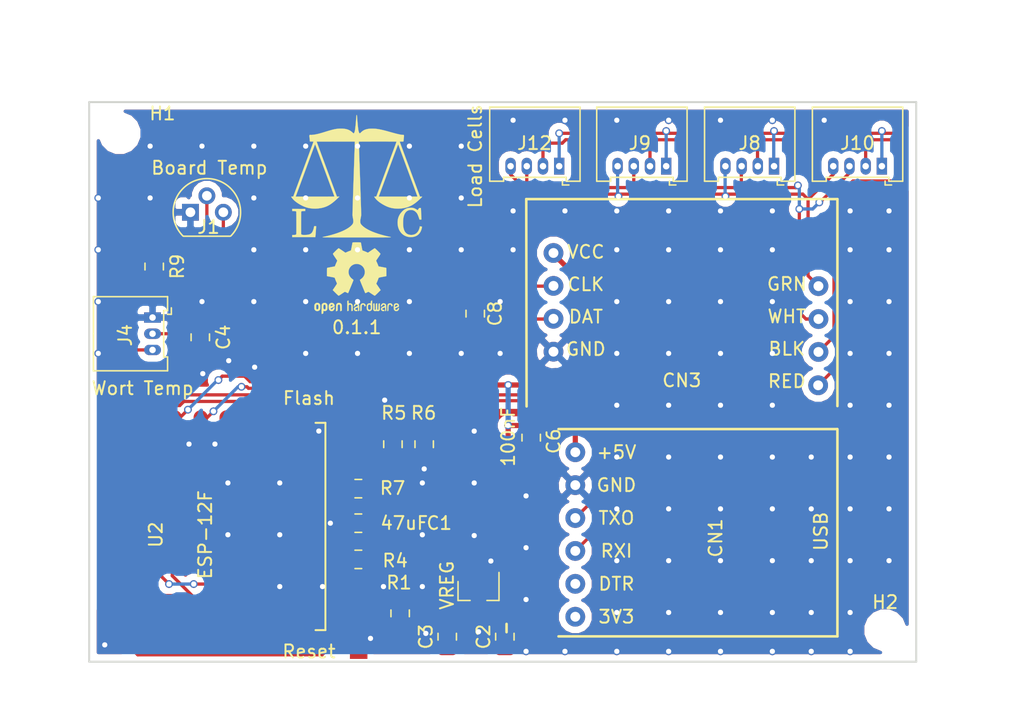
<source format=kicad_pcb>
(kicad_pcb (version 20171130) (host pcbnew 5.0.0-fee4fd1~66~ubuntu18.04.1)
  (title_block (title "Libra Cervisiae PCB") (date 2018-08-05) (rev 0.1.1))
  (layers (0 F.Cu signal) (31 B.Cu signal) (34 B.Paste user hide) (35 F.Paste user hide) (36 B.SilkS user) (37 F.SilkS user) (38 B.Mask user hide) (39 F.Mask user hide) (44 Edge.Cuts user))
  (net 0 "")
  (net 1 "Net-(R5-Pad2)")
  (net 2 /3.3+)
  (net 3 "Net-(R6-Pad2)")
  (net 4 /HostRX)
  (net 5 /HostTX)
  (net 6 /GND)
  (net 7 /USB+)
  (net 8 "Net-(R4-Pad1)")
  (net 9 /DAT)
  (net 10 /CLK)
  (net 11 /DS+)
  (net 12 /DSD)
  (net 13 /E-)
  (net 14 /S-)
  (net 15 /S+)
  (net 16 /E+)
  (net 17 /RST)
  (net 18 /FLASH)
  (module HX711:HX711-MINI (layer F.Cu) (at 139.954 73.025)
    (fp_text reference CN3 (at 12 14) (layer F.SilkS))
    (fp_text value HX711_BREAKOUT)
    (fp_text user VCC (at 4.6 4.08) (layer F.SilkS))
    (fp_text user CLK (at 4.6 6.58) (layer F.SilkS))
    (fp_text user DAT (at 4.6 9.08) (layer F.SilkS))
    (fp_text user GND (at 4.6 11.58) (layer F.SilkS))
    (fp_text user GRN (at 20.1 6.56) (layer F.SilkS))
    (fp_text user WHT (at 20.1 9.06) (layer F.SilkS))
    (fp_text user BLK (at 20.1 11.56) (layer F.SilkS))
    (fp_text user RED (at 20.1 14.06) (layer F.SilkS))
    (pad 2 thru_hole circle (at 22.54 11.8) (size 1.524 1.524) (drill 0.762) (layers *.Cu *.Mask) (net 13 /E-))
    (pad 3 thru_hole circle (at 22.54 9.26) (size 1.524 1.524) (drill 0.762) (layers *.Cu *.Mask) (net 14 /S-))
    (pad 4 thru_hole circle (at 22.54 6.72) (size 1.524 1.524) (drill 0.762) (layers *.Cu *.Mask) (net 15 /S+))
    (pad 1 thru_hole circle (at 22.517 14.3745) (size 1.524 1.524) (drill 0.762) (layers *.Cu *.Mask) (net 16 /E+))
    (pad 10 thru_hole circle (at 2.1 11.78) (size 1.524 1.524) (drill 0.762) (layers *.Cu *.Mask) (net 6 /GND))
    (pad 8 thru_hole circle (at 2.1 9.24) (size 1.524 1.524) (drill 0.762) (layers *.Cu *.Mask) (net 9 /DAT))
    (pad 9 thru_hole circle (at 2.1 6.7) (size 1.524 1.524) (drill 0.762) (layers *.Cu *.Mask) (net 10 /CLK))
    (pad 7 thru_hole circle (at 2.1 4.16) (size 1.524 1.524) (drill 0.762) (layers *.Cu *.Mask) (net 7 /USB+))
  )
  (module Extra_Pads:Stitching_Via_0.6mm (layer F.Cu) (at 119 86)
    (fp_text reference REF** hide)
    (fp_text value Stitch hide)
    (pad 1 thru_hole circle (at 0 0) (size 0.6 0.6) (drill 0.4) (layers *.Cu) (net 6 /GND))
  )
  (module Extra_Pads:Stitching_Via_0.6mm (layer F.Cu) (at 117 85.5)
    (fp_text reference REF** hide)
    (fp_text value Stitch hide)
    (pad 1 thru_hole circle (at 0 0) (size 0.6 0.6) (drill 0.4) (layers *.Cu) (net 6 /GND))
  )
  (module Extra_Pads:Stitching_Via_0.6mm (layer F.Cu) (at 115 86.5)
    (fp_text reference REF** hide)
    (fp_text value Stitch hide)
    (pad 1 thru_hole circle (at 0 0) (size 0.6 0.6) (drill 0.4) (layers *.Cu) (net 6 /GND))
  )
  (module Extra_Pads:Stitching_Via_0.6mm (layer F.Cu) (at 135.938 99)
    (fp_text reference REF** hide)
    (fp_text value Stitch hide)
    (pad 1 thru_hole circle (at 0 0) (size 0.6 0.6) (drill 0.4) (layers *.Cu) (net 6 /GND))
  )
  (module CP2102-BRK:CP2102-BREAKOUT (layer F.Cu) (at 163.957 106.807 180)
    (fp_text reference CN1 (at 9.398 7.62 90) (layer F.SilkS))
    (fp_text value CP2102)
    (fp_text user 3V3 (at 17.045 1.54 180) (layer F.SilkS))
    (fp_text user DTR (at 17.045 4.08 180) (layer F.SilkS))
    (fp_text user RXI (at 17.045 6.62 180) (layer F.SilkS))
    (fp_text user TXO (at 17.045 9.16 180) (layer F.SilkS))
    (fp_text user GND (at 17.045 11.7 180) (layer F.SilkS))
    (fp_text user +5V (at 17.045 14.24 180) (layer F.SilkS))
    (fp_text user USB (at 1.27 8.13 90) (layer F.SilkS))
    (pad 6 thru_hole circle (at 20.22 14.24 180) (size 1.524 1.524) (drill 0.762) (layers *.Cu *.Mask) (net 7 /USB+))
    (pad 5 thru_hole circle (at 20.22 11.7 180) (size 1.524 1.524) (drill 0.762) (layers *.Cu *.Mask) (net 6 /GND))
    (pad 4 thru_hole circle (at 20.22 9.16 180) (size 1.524 1.524) (drill 0.762) (layers *.Cu *.Mask) (net 5 /HostTX))
    (pad 3 thru_hole circle (at 20.22 6.62 180) (size 1.524 1.524) (drill 0.762) (layers *.Cu *.Mask) (net 4 /HostRX))
    (pad 2 thru_hole circle (at 20.22 4.08 180) (size 1.524 1.524) (drill 0.762) (layers *.Cu *.Mask))
    (pad 1 thru_hole circle (at 20.22 1.54 180) (size 1.524 1.524) (drill 0.762) (layers *.Cu *.Mask))
  )
  (module Connector_Molex:Molex_PicoBlade_53048-0810_1x04_P1.25mm_Horizontal (layer F.Cu) (at 159.0675 70.485 180)
    (fp_text reference J8 (at 1.88 1.778 180) (layer F.SilkS))
    (fp_text value "Load Cell")
    (pad 1 thru_hole rect (at 0 0 180) (size 0.8 1.3) (drill 0.5) (layers *.Cu *.Mask) (net 16 /E+))
    (pad 2 thru_hole oval (at 1.25 0 180) (size 0.8 1.3) (drill 0.5) (layers *.Cu *.Mask) (net 13 /E-))
    (pad 3 thru_hole oval (at 2.5 0 180) (size 0.8 1.3) (drill 0.5) (layers *.Cu *.Mask) (net 14 /S-))
    (pad 4 thru_hole oval (at 3.75 0 180) (size 0.8 1.3) (drill 0.5) (layers *.Cu *.Mask) (net 15 /S+))
  )
  (module Extra_Pads:Stitching_Via_0.6mm (layer F.Cu) (at 142.938 107.938)
    (fp_text reference REF** hide)
    (fp_text value Stitch hide)
    (pad 1 thru_hole circle (at 0 0) (size 0.6 0.6) (drill 0.4) (layers *.Cu) (net 6 /GND))
  )
  (module Extra_Pads:Stitching_Via_0.6mm (layer F.Cu) (at 139.938 107.938)
    (fp_text reference REF** hide)
    (fp_text value Stitch hide)
    (pad 1 thru_hole circle (at 0 0) (size 0.6 0.6) (drill 0.4) (layers *.Cu) (net 6 /GND))
  )
  (module Extra_Pads:Stitching_Via_0.6mm (layer F.Cu) (at 139.938 103.938)
    (fp_text reference REF** hide)
    (fp_text value Stitch hide)
    (pad 1 thru_hole circle (at 0 0) (size 0.6 0.6) (drill 0.4) (layers *.Cu) (net 6 /GND))
  )
  (module Extra_Pads:Stitching_Via_0.6mm (layer F.Cu) (at 139.938 99.938)
    (fp_text reference REF** hide)
    (fp_text value Stitch hide)
    (pad 1 thru_hole circle (at 0 0) (size 0.6 0.6) (drill 0.4) (layers *.Cu) (net 6 /GND))
  )
  (module Extra_Pads:Stitching_Via_0.6mm (layer F.Cu) (at 139.938 95.938)
    (fp_text reference REF** hide)
    (fp_text value Stitch hide)
    (pad 1 thru_hole circle (at 0 0) (size 0.6 0.6) (drill 0.4) (layers *.Cu) (net 6 /GND))
  )
  (module Extra_Pads:Stitching_Via_0.6mm (layer F.Cu) (at 164.938 107.938)
    (fp_text reference REF** hide)
    (fp_text value Stitch hide)
    (pad 1 thru_hole circle (at 0 0) (size 0.6 0.6) (drill 0.4) (layers *.Cu) (net 6 /GND))
  )
  (module Extra_Pads:Stitching_Via_0.6mm (layer F.Cu) (at 161.938 107.938)
    (fp_text reference REF** hide)
    (fp_text value Stitch hide)
    (pad 1 thru_hole circle (at 0 0) (size 0.6 0.6) (drill 0.4) (layers *.Cu) (net 6 /GND))
  )
  (module Extra_Pads:Stitching_Via_0.6mm (layer F.Cu) (at 161.938 104.938)
    (fp_text reference REF** hide)
    (fp_text value Stitch hide)
    (pad 1 thru_hole circle (at 0 0) (size 0.6 0.6) (drill 0.4) (layers *.Cu) (net 6 /GND))
  )
  (module Extra_Pads:Stitching_Via_0.6mm (layer F.Cu) (at 164.938 104.938)
    (fp_text reference REF** hide)
    (fp_text value Stitch hide)
    (pad 1 thru_hole circle (at 0 0) (size 0.6 0.6) (drill 0.4) (layers *.Cu) (net 6 /GND))
  )
  (module Extra_Pads:Stitching_Via_0.6mm (layer F.Cu) (at 164.938 100.938)
    (fp_text reference REF** hide)
    (fp_text value Stitch hide)
    (pad 1 thru_hole circle (at 0 0) (size 0.6 0.6) (drill 0.4) (layers *.Cu) (net 6 /GND))
  )
  (module Extra_Pads:Stitching_Via_0.6mm (layer F.Cu) (at 161.938 100.938)
    (fp_text reference REF** hide)
    (fp_text value Stitch hide)
    (pad 1 thru_hole circle (at 0 0) (size 0.6 0.6) (drill 0.4) (layers *.Cu) (net 6 /GND))
  )
  (module Extra_Pads:Stitching_Via_0.6mm (layer F.Cu) (at 161.938 96.938)
    (fp_text reference REF** hide)
    (fp_text value Stitch hide)
    (pad 1 thru_hole circle (at 0 0) (size 0.6 0.6) (drill 0.4) (layers *.Cu) (net 6 /GND))
  )
  (module Extra_Pads:Stitching_Via_0.6mm (layer F.Cu) (at 164.938 96.938)
    (fp_text reference REF** hide)
    (fp_text value Stitch hide)
    (pad 1 thru_hole circle (at 0 0) (size 0.6 0.6) (drill 0.4) (layers *.Cu) (net 6 /GND))
  )
  (module Extra_Pads:Stitching_Via_0.6mm (layer F.Cu) (at 164.938 92.938)
    (fp_text reference REF** hide)
    (fp_text value Stitch hide)
    (pad 1 thru_hole circle (at 0 0) (size 0.6 0.6) (drill 0.4) (layers *.Cu) (net 6 /GND))
  )
  (module Extra_Pads:Stitching_Via_0.6mm (layer F.Cu) (at 158.938 88.938)
    (fp_text reference REF** hide)
    (fp_text value Stitch hide)
    (pad 1 thru_hole circle (at 0 0) (size 0.6 0.6) (drill 0.4) (layers *.Cu) (net 6 /GND))
  )
  (module Extra_Pads:Stitching_Via_0.6mm (layer F.Cu) (at 138.938 73.938)
    (fp_text reference REF** hide)
    (fp_text value Stitch hide)
    (pad 1 thru_hole circle (at 0 0) (size 0.6 0.6) (drill 0.4) (layers *.Cu) (net 6 /GND))
  )
  (module Extra_Pads:Stitching_Via_0.6mm (layer F.Cu) (at 142.938 73.938)
    (fp_text reference REF** hide)
    (fp_text value Stitch hide)
    (pad 1 thru_hole circle (at 0 0) (size 0.6 0.6) (drill 0.4) (layers *.Cu) (net 6 /GND))
  )
  (module Extra_Pads:Stitching_Via_0.6mm (layer F.Cu) (at 164.938 88.938)
    (fp_text reference REF** hide)
    (fp_text value Stitch hide)
    (pad 1 thru_hole circle (at 0 0) (size 0.6 0.6) (drill 0.4) (layers *.Cu) (net 6 /GND))
  )
  (module Extra_Pads:Stitching_Via_0.6mm (layer F.Cu) (at 164.938 84.938)
    (fp_text reference REF** hide)
    (fp_text value Stitch hide)
    (pad 1 thru_hole circle (at 0 0) (size 0.6 0.6) (drill 0.4) (layers *.Cu) (net 6 /GND))
  )
  (module Extra_Pads:Stitching_Via_0.6mm (layer F.Cu) (at 164.938 80.938)
    (fp_text reference REF** hide)
    (fp_text value Stitch hide)
    (pad 1 thru_hole circle (at 0 0) (size 0.6 0.6) (drill 0.4) (layers *.Cu) (net 6 /GND))
  )
  (module Extra_Pads:Stitching_Via_0.6mm (layer F.Cu) (at 164.938 73.938)
    (fp_text reference REF** hide)
    (fp_text value Stitch hide)
    (pad 1 thru_hole circle (at 0 0) (size 0.6 0.6) (drill 0.4) (layers *.Cu) (net 6 /GND))
  )
  (module Extra_Pads:Stitching_Via_0.6mm (layer F.Cu) (at 164.938 76.938)
    (fp_text reference REF** hide)
    (fp_text value Stitch hide)
    (pad 1 thru_hole circle (at 0 0) (size 0.6 0.6) (drill 0.4) (layers *.Cu) (net 6 /GND))
  )
  (module Extra_Pads:Stitching_Via_0.6mm (layer F.Cu) (at 158.938 76.938)
    (fp_text reference REF** hide)
    (fp_text value Stitch hide)
    (pad 1 thru_hole circle (at 0 0) (size 0.6 0.6) (drill 0.4) (layers *.Cu) (net 6 /GND))
  )
  (module Extra_Pads:Stitching_Via_0.6mm (layer F.Cu) (at 158.938 80.938)
    (fp_text reference REF** hide)
    (fp_text value Stitch hide)
    (pad 1 thru_hole circle (at 0 0) (size 0.6 0.6) (drill 0.4) (layers *.Cu) (net 6 /GND))
  )
  (module Extra_Pads:Stitching_Via_0.6mm (layer F.Cu) (at 158.938 84.938)
    (fp_text reference REF** hide)
    (fp_text value Stitch hide)
    (pad 1 thru_hole circle (at 0 0) (size 0.6 0.6) (drill 0.4) (layers *.Cu) (net 6 /GND))
  )
  (module Extra_Pads:Stitching_Via_0.6mm (layer F.Cu) (at 154.938 84.938)
    (fp_text reference REF** hide)
    (fp_text value Stitch hide)
    (pad 1 thru_hole circle (at 0 0) (size 0.6 0.6) (drill 0.4) (layers *.Cu) (net 6 /GND))
  )
  (module Extra_Pads:Stitching_Via_0.6mm (layer F.Cu) (at 154.938 80.938)
    (fp_text reference REF** hide)
    (fp_text value Stitch hide)
    (pad 1 thru_hole circle (at 0 0) (size 0.6 0.6) (drill 0.4) (layers *.Cu) (net 6 /GND))
  )
  (module Extra_Pads:Stitching_Via_0.6mm (layer F.Cu) (at 154.938 76.938)
    (fp_text reference REF** hide)
    (fp_text value Stitch hide)
    (pad 1 thru_hole circle (at 0 0) (size 0.6 0.6) (drill 0.4) (layers *.Cu) (net 6 /GND))
  )
  (module Extra_Pads:Stitching_Via_0.6mm (layer F.Cu) (at 150.938 84.938)
    (fp_text reference REF** hide)
    (fp_text value Stitch hide)
    (pad 1 thru_hole circle (at 0 0) (size 0.6 0.6) (drill 0.4) (layers *.Cu) (net 6 /GND))
  )
  (module Extra_Pads:Stitching_Via_0.6mm (layer F.Cu) (at 150.938 80.938)
    (fp_text reference REF** hide)
    (fp_text value Stitch hide)
    (pad 1 thru_hole circle (at 0 0) (size 0.6 0.6) (drill 0.4) (layers *.Cu) (net 6 /GND))
  )
  (module Extra_Pads:Stitching_Via_0.6mm (layer F.Cu) (at 150.938 76.938)
    (fp_text reference REF** hide)
    (fp_text value Stitch hide)
    (pad 1 thru_hole circle (at 0 0) (size 0.6 0.6) (drill 0.4) (layers *.Cu) (net 6 /GND))
  )
  (module Extra_Pads:Stitching_Via_0.6mm (layer F.Cu) (at 158.938 73.938)
    (fp_text reference REF** hide)
    (fp_text value Stitch hide)
    (pad 1 thru_hole circle (at 0 0) (size 0.6 0.6) (drill 0.4) (layers *.Cu) (net 6 /GND))
  )
  (module Extra_Pads:Stitching_Via_0.6mm (layer F.Cu) (at 154.938 73.938)
    (fp_text reference REF** hide)
    (fp_text value Stitch hide)
    (pad 1 thru_hole circle (at 0 0) (size 0.6 0.6) (drill 0.4) (layers *.Cu) (net 6 /GND))
  )
  (module Extra_Pads:Stitching_Via_0.6mm (layer F.Cu) (at 150.938 73.938)
    (fp_text reference REF** hide)
    (fp_text value Stitch hide)
    (pad 1 thru_hole circle (at 0 0) (size 0.6 0.6) (drill 0.4) (layers *.Cu) (net 6 /GND))
  )
  (module Extra_Pads:Stitching_Via_0.6mm (layer F.Cu) (at 146.938 73.938)
    (fp_text reference REF** hide)
    (fp_text value Stitch hide)
    (pad 1 thru_hole circle (at 0 0) (size 0.6 0.6) (drill 0.4) (layers *.Cu) (net 6 /GND))
  )
  (module Extra_Pads:Stitching_Via_0.6mm (layer F.Cu) (at 146.938 88.938)
    (fp_text reference REF** hide)
    (fp_text value Stitch hide)
    (pad 1 thru_hole circle (at 0 0) (size 0.6 0.6) (drill 0.4) (layers *.Cu) (net 6 /GND))
  )
  (module Extra_Pads:Stitching_Via_0.6mm (layer F.Cu) (at 146.938 84.938)
    (fp_text reference REF** hide)
    (fp_text value Stitch hide)
    (pad 1 thru_hole circle (at 0 0) (size 0.6 0.6) (drill 0.4) (layers *.Cu) (net 6 /GND))
  )
  (module Extra_Pads:Stitching_Via_0.6mm (layer F.Cu) (at 146.938 80.938)
    (fp_text reference REF** hide)
    (fp_text value Stitch hide)
    (pad 1 thru_hole circle (at 0 0) (size 0.6 0.6) (drill 0.4) (layers *.Cu) (net 6 /GND))
  )
  (module Extra_Pads:Stitching_Via_0.6mm (layer F.Cu) (at 146.938 76.938)
    (fp_text reference REF** hide)
    (fp_text value Stitch hide)
    (pad 1 thru_hole circle (at 0 0) (size 0.6 0.6) (drill 0.4) (layers *.Cu) (net 6 /GND))
  )
  (module Extra_Pads:Stitching_Via_0.6mm (layer F.Cu) (at 138.938 76.938)
    (fp_text reference REF** hide)
    (fp_text value Stitch hide)
    (pad 1 thru_hole circle (at 0 0) (size 0.6 0.6) (drill 0.4) (layers *.Cu) (net 6 /GND))
  )
  (module Extra_Pads:Stitching_Via_0.6mm (layer F.Cu) (at 134.938 76.938)
    (fp_text reference REF** hide)
    (fp_text value Stitch hide)
    (pad 1 thru_hole circle (at 0 0) (size 0.6 0.6) (drill 0.4) (layers *.Cu) (net 6 /GND))
  )
  (module Extra_Pads:Stitching_Via_0.6mm (layer F.Cu) (at 134.938 72.938)
    (fp_text reference REF** hide)
    (fp_text value Stitch hide)
    (pad 1 thru_hole circle (at 0 0) (size 0.6 0.6) (drill 0.4) (layers *.Cu) (net 6 /GND))
  )
  (module Extra_Pads:Stitching_Via_0.6mm (layer F.Cu) (at 114.938 80.938)
    (fp_text reference REF** hide)
    (fp_text value Stitch hide)
    (pad 1 thru_hole circle (at 0 0) (size 0.6 0.6) (drill 0.4) (layers *.Cu) (net 6 /GND))
  )
  (module Extra_Pads:Stitching_Via_0.6mm (layer F.Cu) (at 106.938 84.938)
    (fp_text reference REF** hide)
    (fp_text value Stitch hide)
    (pad 1 thru_hole circle (at 0 0) (size 0.6 0.6) (drill 0.4) (layers *.Cu) (net 6 /GND))
  )
  (module Extra_Pads:Stitching_Via_0.6mm (layer F.Cu) (at 106.938 80.938)
    (fp_text reference REF** hide)
    (fp_text value Stitch hide)
    (pad 1 thru_hole circle (at 0 0) (size 0.6 0.6) (drill 0.4) (layers *.Cu) (net 6 /GND))
  )
  (module Extra_Pads:Stitching_Via_0.6mm (layer F.Cu) (at 106.938 76.938)
    (fp_text reference REF** hide)
    (fp_text value Stitch hide)
    (pad 1 thru_hole circle (at 0 0) (size 0.6 0.6) (drill 0.4) (layers *.Cu) (net 6 /GND))
  )
  (module Extra_Pads:Stitching_Via_0.6mm (layer F.Cu) (at 106.938 72.938)
    (fp_text reference REF** hide)
    (fp_text value Stitch hide)
    (pad 1 thru_hole circle (at 0 0) (size 0.6 0.6) (drill 0.4) (layers *.Cu) (net 6 /GND))
  )
  (module Extra_Pads:Stitching_Via_0.6mm (layer F.Cu) (at 110.938 72.938)
    (fp_text reference REF** hide)
    (fp_text value Stitch hide)
    (pad 1 thru_hole circle (at 0 0) (size 0.6 0.6) (drill 0.4) (layers *.Cu) (net 6 /GND))
  )
  (module Capacitor_SMD:C_0805_2012Metric (layer F.Cu) (at 136.017 81.8665 270)
    (fp_text reference C8 (at 0 -1.524 270) (layer F.SilkS))
    (fp_text value 1uF)
    (pad 1 smd roundrect (at -0.9375 0 270) (size 0.975 1.4) (layers F.Cu F.Paste F.Mask) (net 6 /GND))
    (pad 2 smd roundrect (at 0.9375 0 270) (size 0.975 1.4) (layers F.Cu F.Paste F.Mask) (net 7 /USB+))
  )
  (module Extra_Pads:Stitching_Via_0.6mm (layer F.Cu) (at 118.938 72.938)
    (fp_text reference REF** hide)
    (fp_text value Stitch hide)
    (pad 1 thru_hole circle (at 0 0) (size 0.6 0.6) (drill 0.4) (layers *.Cu) (net 6 /GND))
  )
  (module Extra_Pads:Stitching_Via_0.6mm (layer F.Cu) (at 118.938 76.938)
    (fp_text reference REF** hide)
    (fp_text value Stitch hide)
    (pad 1 thru_hole circle (at 0 0) (size 0.6 0.6) (drill 0.4) (layers *.Cu) (net 6 /GND))
  )
  (module Extra_Pads:Stitching_Via_0.6mm (layer F.Cu) (at 118.938 80.938)
    (fp_text reference REF** hide)
    (fp_text value Stitch hide)
    (pad 1 thru_hole circle (at 0 0) (size 0.6 0.6) (drill 0.4) (layers *.Cu) (net 6 /GND))
  )
  (module Extra_Pads:Stitching_Via_0.6mm (layer F.Cu) (at 110.938 68.938)
    (fp_text reference REF** hide)
    (fp_text value Stitch hide)
    (pad 1 thru_hole circle (at 0 0) (size 0.6 0.6) (drill 0.4) (layers *.Cu) (net 6 /GND))
  )
  (module Extra_Pads:Stitching_Via_0.6mm (layer F.Cu) (at 114.938 68.938)
    (fp_text reference REF** hide)
    (fp_text value Stitch hide)
    (pad 1 thru_hole circle (at 0 0) (size 0.6 0.6) (drill 0.4) (layers *.Cu) (net 6 /GND))
  )
  (module Extra_Pads:Stitching_Via_0.6mm (layer F.Cu) (at 137.938 80.938)
    (fp_text reference REF** hide)
    (fp_text value Stitch hide)
    (pad 1 thru_hole circle (at 0 0) (size 0.6 0.6) (drill 0.4) (layers *.Cu) (net 6 /GND))
  )
  (module Extra_Pads:Stitching_Via_0.6mm (layer F.Cu) (at 137.938 84.938)
    (fp_text reference REF** hide)
    (fp_text value Stitch hide)
    (pad 1 thru_hole circle (at 0 0) (size 0.6 0.6) (drill 0.4) (layers *.Cu) (net 6 /GND))
  )
  (module Extra_Pads:Stitching_Via_0.6mm (layer F.Cu) (at 138.938 66.938)
    (fp_text reference REF** hide)
    (fp_text value Stitch hide)
    (pad 1 thru_hole circle (at 0 0) (size 0.6 0.6) (drill 0.4) (layers *.Cu) (net 6 /GND))
  )
  (module Extra_Pads:Stitching_Via_0.6mm (layer F.Cu) (at 134.938 68.938)
    (fp_text reference REF** hide)
    (fp_text value Stitch hide)
    (pad 1 thru_hole circle (at 0 0) (size 0.6 0.6) (drill 0.4) (layers *.Cu) (net 6 /GND))
  )
  (module Extra_Pads:Stitching_Via_0.6mm (layer F.Cu) (at 134.938 84.938)
    (fp_text reference REF** hide)
    (fp_text value Stitch hide)
    (pad 1 thru_hole circle (at 0 0) (size 0.6 0.6) (drill 0.4) (layers *.Cu) (net 6 /GND))
  )
  (module Extra_Pads:Stitching_Via_0.6mm (layer F.Cu) (at 130.938 84.938)
    (fp_text reference REF** hide)
    (fp_text value Stitch hide)
    (pad 1 thru_hole circle (at 0 0) (size 0.6 0.6) (drill 0.4) (layers *.Cu) (net 6 /GND))
  )
  (module Connector_Molex:Molex_PicoBlade_53048-0810_1x04_P1.25mm_Horizontal (layer F.Cu) (at 142.494 70.485 180)
    (fp_text reference J12 (at 1.905 1.778 180) (layer F.SilkS))
    (fp_text value "Load Cell")
    (pad 1 thru_hole rect (at 0 0 180) (size 0.8 1.3) (drill 0.5) (layers *.Cu *.Mask) (net 16 /E+))
    (pad 2 thru_hole oval (at 1.25 0 180) (size 0.8 1.3) (drill 0.5) (layers *.Cu *.Mask) (net 13 /E-))
    (pad 3 thru_hole oval (at 2.5 0 180) (size 0.8 1.3) (drill 0.5) (layers *.Cu *.Mask) (net 14 /S-))
    (pad 4 thru_hole oval (at 3.75 0 180) (size 0.8 1.3) (drill 0.5) (layers *.Cu *.Mask) (net 15 /S+))
  )
  (module LOGOS:libra_cervisiae_logo_10mm (layer F.Cu) (at 126.873 71.247)
    (fp_text reference G*** hide)
    (fp_text value LOGO hide)
  )
  (module Extra_Pads:Stitching_Via_0.6mm (layer F.Cu) (at 161.938 92.938)
    (fp_text reference REF** hide)
    (fp_text value Stitch hide)
    (pad 1 thru_hole circle (at 0 0) (size 0.6 0.6) (drill 0.4) (layers *.Cu) (net 6 /GND))
  )
  (module Extra_Pads:Stitching_Via_0.6mm (layer F.Cu) (at 167.938 96.938)
    (fp_text reference REF** hide)
    (fp_text value Stitch hide)
    (pad 1 thru_hole circle (at 0 0) (size 0.6 0.6) (drill 0.4) (layers *.Cu) (net 6 /GND))
  )
  (module Connector_Molex:Molex_PicoBlade_53048-0610_1x03_P1.25mm_Horizontal (layer F.Cu) (at 111.125 82.169 270)
    (fp_text reference J4 (at 1.364 2.112 270) (layer F.SilkS))
    (fp_text value "Wort Temp" (at 5.461 0.762) (layer F.SilkS))
    (pad 1 thru_hole rect (at 0 0 270) (size 0.8 1.3) (drill 0.5) (layers *.Cu *.Mask) (net 6 /GND))
    (pad 2 thru_hole oval (at 1.25 0 270) (size 0.8 1.3) (drill 0.5) (layers *.Cu *.Mask) (net 12 /DSD))
    (pad 3 thru_hole oval (at 2.5 0 270) (size 0.8 1.3) (drill 0.5) (layers *.Cu *.Mask) (net 11 /DS+))
  )
  (module Extra_Pads:Stitching_Via_0.6mm (layer F.Cu) (at 167.938 88.938)
    (fp_text reference REF** hide)
    (fp_text value Stitch hide)
    (pad 1 thru_hole circle (at 0 0) (size 0.6 0.6) (drill 0.4) (layers *.Cu) (net 6 /GND))
  )
  (module Extra_Pads:Stitching_Via_0.6mm (layer F.Cu) (at 167.938 84.938)
    (fp_text reference REF** hide)
    (fp_text value Stitch hide)
    (pad 1 thru_hole circle (at 0 0) (size 0.6 0.6) (drill 0.4) (layers *.Cu) (net 6 /GND))
  )
  (module Extra_Pads:Stitching_Via_0.6mm (layer F.Cu) (at 167.938 80.938)
    (fp_text reference REF** hide)
    (fp_text value Stitch hide)
    (pad 1 thru_hole circle (at 0 0) (size 0.6 0.6) (drill 0.4) (layers *.Cu) (net 6 /GND))
  )
  (module Extra_Pads:Stitching_Via_0.6mm (layer F.Cu) (at 167.938 73.938)
    (fp_text reference REF** hide)
    (fp_text value Stitch hide)
    (pad 1 thru_hole circle (at 0 0) (size 0.6 0.6) (drill 0.4) (layers *.Cu) (net 6 /GND))
  )
  (module Extra_Pads:Stitching_Via_0.6mm (layer F.Cu) (at 162.938 66.938)
    (fp_text reference REF** hide)
    (fp_text value Stitch hide)
    (pad 1 thru_hole circle (at 0 0) (size 0.6 0.6) (drill 0.4) (layers *.Cu) (net 6 /GND))
  )
  (module Extra_Pads:Stitching_Via_0.6mm (layer F.Cu) (at 158.938 66.938)
    (fp_text reference REF** hide)
    (fp_text value Stitch hide)
    (pad 1 thru_hole circle (at 0 0) (size 0.6 0.6) (drill 0.4) (layers *.Cu) (net 6 /GND))
  )
  (module Extra_Pads:Stitching_Via_0.6mm (layer F.Cu) (at 154.938 66.938)
    (fp_text reference REF** hide)
    (fp_text value Stitch hide)
    (pad 1 thru_hole circle (at 0 0) (size 0.6 0.6) (drill 0.4) (layers *.Cu) (net 6 /GND))
  )
  (module Extra_Pads:Stitching_Via_0.6mm (layer F.Cu) (at 150.938 66.938)
    (fp_text reference REF** hide)
    (fp_text value Stitch hide)
    (pad 1 thru_hole circle (at 0 0) (size 0.6 0.6) (drill 0.4) (layers *.Cu) (net 6 /GND))
  )
  (module Extra_Pads:Stitching_Via_0.6mm (layer F.Cu) (at 146.938 66.938)
    (fp_text reference REF** hide)
    (fp_text value Stitch hide)
    (pad 1 thru_hole circle (at 0 0) (size 0.6 0.6) (drill 0.4) (layers *.Cu) (net 6 /GND))
  )
  (module Extra_Pads:Stitching_Via_0.6mm (layer F.Cu) (at 142.938 66.938)
    (fp_text reference REF** hide)
    (fp_text value Stitch hide)
    (pad 1 thru_hole circle (at 0 0) (size 0.6 0.6) (drill 0.4) (layers *.Cu) (net 6 /GND))
  )
  (module Extra_Pads:Stitching_Via_0.6mm (layer F.Cu) (at 131.938 94.938)
    (fp_text reference REF** hide)
    (fp_text value Stitch hide)
    (pad 1 thru_hole circle (at 0 0) (size 0.6 0.6) (drill 0.4) (layers *.Cu) (net 6 /GND))
  )
  (module Extra_Pads:Stitching_Via_0.6mm (layer F.Cu) (at 128.938 102.938)
    (fp_text reference REF** hide)
    (fp_text value Stitch hide)
    (pad 1 thru_hole circle (at 0 0) (size 0.6 0.6) (drill 0.4) (layers *.Cu) (net 6 /GND))
  )
  (module Extra_Pads:Stitching_Via_0.6mm (layer F.Cu) (at 124.238 102.938)
    (fp_text reference REF** hide)
    (fp_text value Stitch hide)
    (pad 1 thru_hole circle (at 0 0) (size 0.6 0.6) (drill 0.4) (layers *.Cu) (net 6 /GND))
  )
  (module Extra_Pads:Stitching_Via_0.6mm (layer F.Cu) (at 135.938 94.938)
    (fp_text reference REF** hide)
    (fp_text value Stitch hide)
    (pad 1 thru_hole circle (at 0 0) (size 0.6 0.6) (drill 0.4) (layers *.Cu) (net 6 /GND))
  )
  (module Extra_Pads:Stitching_Via_0.6mm (layer F.Cu) (at 135.938 90.938)
    (fp_text reference REF** hide)
    (fp_text value Stitch hide)
    (pad 1 thru_hole circle (at 0 0) (size 0.6 0.6) (drill 0.4) (layers *.Cu) (net 6 /GND))
  )
  (module Extra_Pads:Stitching_Via_0.6mm (layer F.Cu) (at 120.938 102.938)
    (fp_text reference REF** hide)
    (fp_text value Stitch hide)
    (pad 1 thru_hole circle (at 0 0) (size 0.6 0.6) (drill 0.4) (layers *.Cu) (net 6 /GND))
  )
  (module Extra_Pads:Stitching_Via_0.6mm (layer F.Cu) (at 120.938 98.938)
    (fp_text reference REF** hide)
    (fp_text value Stitch hide)
    (pad 1 thru_hole circle (at 0 0) (size 0.6 0.6) (drill 0.4) (layers *.Cu) (net 6 /GND))
  )
  (module Extra_Pads:Stitching_Via_0.6mm (layer F.Cu) (at 120.938 94.938)
    (fp_text reference REF** hide)
    (fp_text value Stitch hide)
    (pad 1 thru_hole circle (at 0 0) (size 0.6 0.6) (drill 0.4) (layers *.Cu) (net 6 /GND))
  )
  (module Extra_Pads:Stitching_Via_0.6mm (layer F.Cu) (at 116.938 94.938)
    (fp_text reference REF** hide)
    (fp_text value Stitch hide)
    (pad 1 thru_hole circle (at 0 0) (size 0.6 0.6) (drill 0.4) (layers *.Cu) (net 6 /GND))
  )
  (module Extra_Pads:Stitching_Via_0.6mm (layer F.Cu) (at 116.938 98.938)
    (fp_text reference REF** hide)
    (fp_text value Stitch hide)
    (pad 1 thru_hole circle (at 0 0) (size 0.6 0.6) (drill 0.4) (layers *.Cu) (net 6 /GND))
  )
  (module ESP8266:ESP-12E (layer F.Cu) (at 108.839 105.283 90)
    (fp_text reference U2 (at 6.35 2.54 90) (layer F.SilkS))
    (fp_text value ESP-12F (at 6.35 6.35 90) (layer F.SilkS))
    (pad 1 smd oval (at 0 0 90) (size 2.5 1.1) (drill (offset -0.7 0)) (layers F.Cu F.Paste F.Mask) (net 17 /RST))
    (pad 2 smd oval (at 0 2 90) (size 2.5 1.1) (drill (offset -0.7 0)) (layers F.Cu F.Paste F.Mask))
    (pad 3 smd oval (at 0 4 90) (size 2.5 1.1) (drill (offset -0.7 0)) (layers F.Cu F.Paste F.Mask) (net 8 "Net-(R4-Pad1)"))
    (pad 4 smd oval (at 0 6 90) (size 2.5 1.1) (drill (offset -0.7 0)) (layers F.Cu F.Paste F.Mask) (net 17 /RST))
    (pad 5 smd oval (at 0 8 90) (size 2.5 1.1) (drill (offset -0.7 0)) (layers F.Cu F.Paste F.Mask) (net 11 /DS+))
    (pad 6 smd oval (at 0 10 90) (size 2.5 1.1) (drill (offset -0.7 0)) (layers F.Cu F.Paste F.Mask) (net 12 /DSD))
    (pad 7 smd oval (at 0 12 90) (size 2.5 1.1) (drill (offset -0.7 0)) (layers F.Cu F.Paste F.Mask))
    (pad 8 smd rect (at 0 14 90) (size 2.5 1.1) (drill (offset -0.7 0)) (layers F.Cu F.Paste F.Mask) (net 2 /3.3+))
    (pad 9 smd oval (at 14 14 90) (size 2.5 1.1) (drill (offset 0.7 0)) (layers F.Cu F.Paste F.Mask) (net 6 /GND))
    (pad 10 smd oval (at 14 12 90) (size 2.5 1.1) (drill (offset 0.6 0)) (layers F.Cu F.Paste F.Mask) (net 3 "Net-(R6-Pad2)"))
    (pad 11 smd oval (at 14 10 90) (size 2.5 1.1) (drill (offset 0.7 0)) (layers F.Cu F.Paste F.Mask) (net 1 "Net-(R5-Pad2)"))
    (pad 12 smd oval (at 14 8 90) (size 2.5 1.1) (drill (offset 0.7 0)) (layers F.Cu F.Paste F.Mask) (net 18 /FLASH))
    (pad 13 smd oval (at 14 6 90) (size 2.5 1.1) (drill (offset 0.7 0)) (layers F.Cu F.Paste F.Mask) (net 9 /DAT))
    (pad 14 smd oval (at 14 4 90) (size 2.5 1.1) (drill (offset 0.7 0)) (layers F.Cu F.Paste F.Mask) (net 10 /CLK))
    (pad 15 smd oval (at 14 2 90) (size 2.5 1.1) (drill (offset 0.7 0)) (layers F.Cu F.Paste F.Mask) (net 5 /HostTX))
    (pad 16 smd oval (at 14 0 90) (size 2.5 1.1) (drill (offset 0.7 0)) (layers F.Cu F.Paste F.Mask) (net 4 /HostRX))
  )
  (module Extra_Pads:Stitching_Via_0.6mm (layer F.Cu) (at 107.438 107.438)
    (fp_text reference REF** hide)
    (fp_text value Stitch hide)
    (pad 1 thru_hole circle (at 0 0) (size 0.6 0.6) (drill 0.4) (layers *.Cu) (net 6 /GND))
  )
  (module Extra_Pads:Stitching_Via_0.6mm (layer F.Cu) (at 115.938 91.938)
    (fp_text reference REF** hide)
    (fp_text value Stitch hide)
    (pad 1 thru_hole circle (at 0 0) (size 0.6 0.6) (drill 0.4) (layers *.Cu) (net 6 /GND))
  )
  (module Extra_Pads:Stitching_Via_0.6mm (layer F.Cu) (at 113.938 91.938)
    (fp_text reference REF** hide)
    (fp_text value Stitch hide)
    (pad 1 thru_hole circle (at 0 0) (size 0.6 0.6) (drill 0.4) (layers *.Cu) (net 6 /GND))
  )
  (module Extra_Pads:Stitching_Via_0.6mm (layer F.Cu) (at 130.938 80.938)
    (fp_text reference REF** hide)
    (fp_text value Stitch hide)
    (pad 1 thru_hole circle (at 0 0) (size 0.6 0.6) (drill 0.4) (layers *.Cu) (net 6 /GND))
  )
  (module Extra_Pads:Stitching_Via_0.6mm (layer F.Cu) (at 130.938 76.938)
    (fp_text reference REF** hide)
    (fp_text value Stitch hide)
    (pad 1 thru_hole circle (at 0 0) (size 0.6 0.6) (drill 0.4) (layers *.Cu) (net 6 /GND))
  )
  (module Extra_Pads:Stitching_Via_0.6mm (layer F.Cu) (at 130.938 72.938)
    (fp_text reference REF** hide)
    (fp_text value Stitch hide)
    (pad 1 thru_hole circle (at 0 0) (size 0.6 0.6) (drill 0.4) (layers *.Cu) (net 6 /GND))
  )
  (module Extra_Pads:Stitching_Via_0.6mm (layer F.Cu) (at 130.938 68.938)
    (fp_text reference REF** hide)
    (fp_text value Stitch hide)
    (pad 1 thru_hole circle (at 0 0) (size 0.6 0.6) (drill 0.4) (layers *.Cu) (net 6 /GND))
  )
  (module Extra_Pads:Stitching_Via_0.6mm (layer F.Cu) (at 118.938 68.938)
    (fp_text reference REF** hide)
    (fp_text value Stitch hide)
    (pad 1 thru_hole circle (at 0 0) (size 0.6 0.6) (drill 0.4) (layers *.Cu) (net 6 /GND))
  )
  (module Extra_Pads:Stitching_Via_0.6mm (layer F.Cu) (at 126.938 68.938)
    (fp_text reference REF** hide)
    (fp_text value Stitch hide)
    (pad 1 thru_hole circle (at 0 0) (size 0.6 0.6) (drill 0.4) (layers *.Cu) (net 6 /GND))
  )
  (module Extra_Pads:Stitching_Via_0.6mm (layer F.Cu) (at 122.938 68.938)
    (fp_text reference REF** hide)
    (fp_text value Stitch hide)
    (pad 1 thru_hole circle (at 0 0) (size 0.6 0.6) (drill 0.4) (layers *.Cu) (net 6 /GND))
  )
  (module Extra_Pads:Stitching_Via_0.6mm (layer F.Cu) (at 122.938 72.938)
    (fp_text reference REF** hide)
    (fp_text value Stitch hide)
    (pad 1 thru_hole circle (at 0 0) (size 0.6 0.6) (drill 0.4) (layers *.Cu) (net 6 /GND))
  )
  (module Extra_Pads:Stitching_Via_0.6mm (layer F.Cu) (at 126.938 72.938)
    (fp_text reference REF** hide)
    (fp_text value Stitch hide)
    (pad 1 thru_hole circle (at 0 0) (size 0.6 0.6) (drill 0.4) (layers *.Cu) (net 6 /GND))
  )
  (module Extra_Pads:Stitching_Via_0.6mm (layer F.Cu) (at 126.938 76.938)
    (fp_text reference REF** hide)
    (fp_text value Stitch hide)
    (pad 1 thru_hole circle (at 0 0) (size 0.6 0.6) (drill 0.4) (layers *.Cu) (net 6 /GND))
  )
  (module Extra_Pads:Stitching_Via_0.6mm (layer F.Cu) (at 122.938 76.938)
    (fp_text reference REF** hide)
    (fp_text value Stitch hide)
    (pad 1 thru_hole circle (at 0 0) (size 0.6 0.6) (drill 0.4) (layers *.Cu) (net 6 /GND))
  )
  (module Extra_Pads:Stitching_Via_0.6mm (layer F.Cu) (at 122.938 80.938)
    (fp_text reference REF** hide)
    (fp_text value Stitch hide)
    (pad 1 thru_hole circle (at 0 0) (size 0.6 0.6) (drill 0.4) (layers *.Cu) (net 6 /GND))
  )
  (module Extra_Pads:Stitching_Via_0.6mm (layer F.Cu) (at 126.938 80.938)
    (fp_text reference REF** hide)
    (fp_text value Stitch hide)
    (pad 1 thru_hole circle (at 0 0) (size 0.6 0.6) (drill 0.4) (layers *.Cu) (net 6 /GND))
  )
  (module Extra_Pads:Stitching_Via_0.6mm (layer F.Cu) (at 126.938 84.938)
    (fp_text reference REF** hide)
    (fp_text value Stitch hide)
    (pad 1 thru_hole circle (at 0 0) (size 0.6 0.6) (drill 0.4) (layers *.Cu) (net 6 /GND))
  )
  (module Extra_Pads:Stitching_Via_0.6mm (layer F.Cu) (at 122.938 84.938)
    (fp_text reference REF** hide)
    (fp_text value Stitch hide)
    (pad 1 thru_hole circle (at 0 0) (size 0.6 0.6) (drill 0.4) (layers *.Cu) (net 6 /GND))
  )
  (module Extra_Pads:Stitching_Via_0.6mm (layer F.Cu) (at 131.938 98.938)
    (fp_text reference REF** hide)
    (fp_text value Stitch hide)
    (pad 1 thru_hole circle (at 0 0) (size 0.6 0.6) (drill 0.4) (layers *.Cu) (net 6 /GND))
  )
  (module Extra_Pads:Stitching_Via_0.6mm (layer F.Cu) (at 127.938 106.938)
    (fp_text reference REF** hide)
    (fp_text value Stitch hide)
    (pad 1 thru_hole circle (at 0 0) (size 0.6 0.6) (drill 0.4) (layers *.Cu) (net 6 /GND))
  )
  (module Extra_Pads:Stitching_Via_0.6mm (layer F.Cu) (at 131.938 102.938)
    (fp_text reference REF** hide)
    (fp_text value Stitch hide)
    (pad 1 thru_hole circle (at 0 0) (size 0.6 0.6) (drill 0.4) (layers *.Cu) (net 6 /GND))
  )
  (module Extra_Pads:Stitching_Via_0.6mm (layer F.Cu) (at 167.938 76.938)
    (fp_text reference REF** hide)
    (fp_text value Stitch hide)
    (pad 1 thru_hole circle (at 0 0) (size 0.6 0.6) (drill 0.4) (layers *.Cu) (net 6 /GND))
  )
  (module Extra_Pads:Stitching_Via_0.6mm (layer F.Cu) (at 150.938 88.938)
    (fp_text reference REF** hide)
    (fp_text value Stitch hide)
    (pad 1 thru_hole circle (at 0 0) (size 0.6 0.6) (drill 0.4) (layers *.Cu) (net 6 /GND))
  )
  (module Extra_Pads:Stitching_Via_0.6mm (layer F.Cu) (at 154.938 88.938)
    (fp_text reference REF** hide)
    (fp_text value Stitch hide)
    (pad 1 thru_hole circle (at 0 0) (size 0.6 0.6) (drill 0.4) (layers *.Cu) (net 6 /GND))
  )
  (module Extra_Pads:Stitching_Via_0.6mm (layer F.Cu) (at 167.938 92.938)
    (fp_text reference REF** hide)
    (fp_text value Stitch hide)
    (pad 1 thru_hole circle (at 0 0) (size 0.6 0.6) (drill 0.4) (layers *.Cu) (net 6 /GND))
  )
  (module Extra_Pads:Stitching_Via_0.6mm (layer F.Cu) (at 167.938 100.938)
    (fp_text reference REF** hide)
    (fp_text value Stitch hide)
    (pad 1 thru_hole circle (at 0 0) (size 0.6 0.6) (drill 0.4) (layers *.Cu) (net 6 /GND))
  )
  (module Extra_Pads:Stitching_Via_0.6mm (layer F.Cu) (at 158.938 107.938)
    (fp_text reference REF** hide)
    (fp_text value Stitch hide)
    (pad 1 thru_hole circle (at 0 0) (size 0.6 0.6) (drill 0.4) (layers *.Cu) (net 6 /GND))
  )
  (module Extra_Pads:Stitching_Via_0.6mm (layer F.Cu) (at 154.938 107.938)
    (fp_text reference REF** hide)
    (fp_text value Stitch hide)
    (pad 1 thru_hole circle (at 0 0) (size 0.6 0.6) (drill 0.4) (layers *.Cu) (net 6 /GND))
  )
  (module Extra_Pads:Stitching_Via_0.6mm (layer F.Cu) (at 150.938 107.938)
    (fp_text reference REF** hide)
    (fp_text value Stitch hide)
    (pad 1 thru_hole circle (at 0 0) (size 0.6 0.6) (drill 0.4) (layers *.Cu) (net 6 /GND))
  )
  (module Extra_Pads:Stitching_Via_0.6mm (layer F.Cu) (at 146.938 107.938)
    (fp_text reference REF** hide)
    (fp_text value Stitch hide)
    (pad 1 thru_hole circle (at 0 0) (size 0.6 0.6) (drill 0.4) (layers *.Cu) (net 6 /GND))
  )
  (module Extra_Pads:Stitching_Via_0.6mm (layer F.Cu) (at 146.938 104.938)
    (fp_text reference REF** hide)
    (fp_text value Stitch hide)
    (pad 1 thru_hole circle (at 0 0) (size 0.6 0.6) (drill 0.4) (layers *.Cu) (net 6 /GND))
  )
  (module Extra_Pads:Stitching_Via_0.6mm (layer F.Cu) (at 146.938 100.938)
    (fp_text reference REF** hide)
    (fp_text value Stitch hide)
    (pad 1 thru_hole circle (at 0 0) (size 0.6 0.6) (drill 0.4) (layers *.Cu) (net 6 /GND))
  )
  (module Extra_Pads:Stitching_Via_0.6mm (layer F.Cu) (at 150.938 100.938)
    (fp_text reference REF** hide)
    (fp_text value Stitch hide)
    (pad 1 thru_hole circle (at 0 0) (size 0.6 0.6) (drill 0.4) (layers *.Cu) (net 6 /GND))
  )
  (module Extra_Pads:Stitching_Via_0.6mm (layer F.Cu) (at 154.938 100.938)
    (fp_text reference REF** hide)
    (fp_text value Stitch hide)
    (pad 1 thru_hole circle (at 0 0) (size 0.6 0.6) (drill 0.4) (layers *.Cu) (net 6 /GND))
  )
  (module Extra_Pads:Stitching_Via_0.6mm (layer F.Cu) (at 150.938 104.938)
    (fp_text reference REF** hide)
    (fp_text value Stitch hide)
    (pad 1 thru_hole circle (at 0 0) (size 0.6 0.6) (drill 0.4) (layers *.Cu) (net 6 /GND))
  )
  (module Extra_Pads:Stitching_Via_0.6mm (layer F.Cu) (at 154.938 104.938)
    (fp_text reference REF** hide)
    (fp_text value Stitch hide)
    (pad 1 thru_hole circle (at 0 0) (size 0.6 0.6) (drill 0.4) (layers *.Cu) (net 6 /GND))
  )
  (module Extra_Pads:Stitching_Via_0.6mm (layer F.Cu) (at 158.938 104.938)
    (fp_text reference REF** hide)
    (fp_text value Stitch hide)
    (pad 1 thru_hole circle (at 0 0) (size 0.6 0.6) (drill 0.4) (layers *.Cu) (net 6 /GND))
  )
  (module Extra_Pads:Stitching_Via_0.6mm (layer F.Cu) (at 158.938 100.938)
    (fp_text reference REF** hide)
    (fp_text value Stitch hide)
    (pad 1 thru_hole circle (at 0 0) (size 0.6 0.6) (drill 0.4) (layers *.Cu) (net 6 /GND))
  )
  (module Extra_Pads:Stitching_Via_0.6mm (layer F.Cu) (at 158.938 92.938)
    (fp_text reference REF** hide)
    (fp_text value Stitch hide)
    (pad 1 thru_hole circle (at 0 0) (size 0.6 0.6) (drill 0.4) (layers *.Cu) (net 6 /GND))
  )
  (module Extra_Pads:Stitching_Via_0.6mm (layer F.Cu) (at 154.938 92.938)
    (fp_text reference REF** hide)
    (fp_text value Stitch hide)
    (pad 1 thru_hole circle (at 0 0) (size 0.6 0.6) (drill 0.4) (layers *.Cu) (net 6 /GND))
  )
  (module Extra_Pads:Stitching_Via_0.6mm (layer F.Cu) (at 150.938 92.938)
    (fp_text reference REF** hide)
    (fp_text value Stitch hide)
    (pad 1 thru_hole circle (at 0 0) (size 0.6 0.6) (drill 0.4) (layers *.Cu) (net 6 /GND))
  )
  (module Extra_Pads:Stitching_Via_0.6mm (layer F.Cu) (at 146.938 92.938)
    (fp_text reference REF** hide)
    (fp_text value Stitch hide)
    (pad 1 thru_hole circle (at 0 0) (size 0.6 0.6) (drill 0.4) (layers *.Cu) (net 6 /GND))
  )
  (module Extra_Pads:Stitching_Via_0.6mm (layer F.Cu) (at 146.938 96.938)
    (fp_text reference REF** hide)
    (fp_text value Stitch hide)
    (pad 1 thru_hole circle (at 0 0) (size 0.6 0.6) (drill 0.4) (layers *.Cu) (net 6 /GND))
  )
  (module Extra_Pads:Stitching_Via_0.6mm (layer F.Cu) (at 150.938 96.938)
    (fp_text reference REF** hide)
    (fp_text value Stitch hide)
    (pad 1 thru_hole circle (at 0 0) (size 0.6 0.6) (drill 0.4) (layers *.Cu) (net 6 /GND))
  )
  (module Extra_Pads:Stitching_Via_0.6mm (layer F.Cu) (at 154.938 96.938)
    (fp_text reference REF** hide)
    (fp_text value Stitch hide)
    (pad 1 thru_hole circle (at 0 0) (size 0.6 0.6) (drill 0.4) (layers *.Cu) (net 6 /GND))
  )
  (module Extra_Pads:Stitching_Via_0.6mm (layer F.Cu) (at 158.938 96.938)
    (fp_text reference REF** hide)
    (fp_text value Stitch hide)
    (pad 1 thru_hole circle (at 0 0) (size 0.6 0.6) (drill 0.4) (layers *.Cu) (net 6 /GND))
  )
  (module Mounting_Holes:MountingHole_2.2mm_M2 (layer F.Cu) (at 167.64 106.299)
    (fp_text reference H2 (at 0 -2.159) (layer F.SilkS))
    (fp_text value MountingHole_2.2mm_M2)
    (pad 1 np_thru_hole circle (at 0 0) (size 2.2 2.2) (drill 2.2) (layers *.Cu *.Mask))
  )
  (module 4x3_SWITCH:4x3_Switch (layer F.Cu) (at 125.4252 103.124)
    (fp_text reference SW1)
    (fp_text value Reset (at -2.2352 4.826) (layer F.SilkS))
    (pad 2 smd rect (at 1.6 5.05) (size 1.35 0.7) (layers F.Cu F.Paste F.Mask) (net 6 /GND))
    (pad 1 smd rect (at 1.6 0.35) (size 1.35 0.7) (layers F.Cu F.Paste F.Mask) (net 17 /RST))
  )
  (module 4x3_SWITCH:4x3_Switch (layer F.Cu) (at 128.5748 93.2688 180)
    (fp_text reference SW2)
    (fp_text value Flash (at 5.3848 4.8768 180) (layer F.SilkS))
    (pad 2 smd rect (at 1.6 5.05 180) (size 1.35 0.7) (layers F.Cu F.Paste F.Mask) (net 6 /GND))
    (pad 1 smd rect (at 1.6 0.35 180) (size 1.35 0.7) (layers F.Cu F.Paste F.Mask) (net 18 /FLASH))
  )
  (module Symbols:OSHW-Logo2_7.3x6mm_SilkScreen (layer F.Cu) (at 126.873 79.121)
    (fp_text reference "" hide)
    (fp_text value "" hide)
  )
  (module Mounting_Holes:MountingHole_2.2mm_M2 (layer F.Cu) (at 108.585 67.945)
    (fp_text reference H1 (at 3.302 -1.524 180) (layer F.SilkS))
    (fp_text value MountingHole_2.2mm_M2)
    (pad 1 np_thru_hole circle (at 0 0) (size 2.2 2.2) (drill 2.2) (layers *.Cu *.Mask))
  )
  (module Capacitor_SMD:C_0805_2012Metric (layer F.Cu) (at 127 98.044 180)
    (fp_text reference C1 (at -6.238 0.006 180) (layer F.SilkS))
    (fp_text value 47uF (at -3.538 0.006 180) (layer F.SilkS))
    (pad 1 smd roundrect (at -0.9375 0 180) (size 0.975 1.4) (layers F.Cu F.Paste F.Mask) (net 2 /3.3+))
    (pad 2 smd roundrect (at 0.9375 0 180) (size 0.975 1.4) (layers F.Cu F.Paste F.Mask) (net 6 /GND))
  )
  (module Capacitor_SMD:C_0805_2012Metric (layer F.Cu) (at 138.303 106.807 90)
    (fp_text reference C2 (at 0 -1.65 90) (layer F.SilkS))
    (fp_text value 1uF)
    (pad 2 smd roundrect (at 0.9375 0 90) (size 0.975 1.4) (layers F.Cu F.Paste F.Mask) (net 7 /USB+))
    (pad 1 smd roundrect (at -0.9375 0 90) (size 0.975 1.4) (layers F.Cu F.Paste F.Mask) (net 6 /GND))
  )
  (module Capacitor_SMD:C_0805_2012Metric (layer F.Cu) (at 133.858 106.807 90)
    (fp_text reference C3 (at 0 -1.65 90) (layer F.SilkS))
    (fp_text value 1uF)
    (pad 1 smd roundrect (at -0.9375 0 90) (size 0.975 1.4) (layers F.Cu F.Paste F.Mask) (net 6 /GND))
    (pad 2 smd roundrect (at 0.9375 0 90) (size 0.975 1.4) (layers F.Cu F.Paste F.Mask) (net 2 /3.3+))
  )
  (module Capacitor_SMD:C_0805_2012Metric (layer F.Cu) (at 114.808 83.693 270)
    (fp_text reference C4 (at 0 -1.778 90) (layer F.SilkS))
    (fp_text value 1uF)
    (pad 2 smd roundrect (at 0.9375 0 270) (size 0.975 1.4) (layers F.Cu F.Paste F.Mask) (net 11 /DS+))
    (pad 1 smd roundrect (at -0.9375 0 270) (size 0.975 1.4) (layers F.Cu F.Paste F.Mask) (net 6 /GND))
  )
  (module Capacitor_SMD:C_0805_2012Metric (layer F.Cu) (at 140.335 91.44 90)
    (fp_text reference C6 (at -0.2794 1.7272 270) (layer F.SilkS))
    (fp_text value 100nF (at 0.0762 -1.778 270) (layer F.SilkS))
    (pad 2 smd roundrect (at 0.9375 0 90) (size 0.975 1.4) (layers F.Cu F.Paste F.Mask) (net 7 /USB+))
    (pad 1 smd roundrect (at -0.9375 0 90) (size 0.975 1.4) (layers F.Cu F.Paste F.Mask) (net 6 /GND))
  )
  (module Resistor_SMD:R_0805_2012Metric (layer F.Cu) (at 130.2258 105.0036 270)
    (fp_text reference R1 (at -2.3656 0.0878) (layer F.SilkS))
    (fp_text value 10k)
    (pad 1 smd roundrect (at -0.9375 0 270) (size 0.975 1.4) (layers F.Cu F.Paste F.Mask) (net 2 /3.3+))
    (pad 2 smd roundrect (at 0.9375 0 270) (size 0.975 1.4) (layers F.Cu F.Paste F.Mask) (net 17 /RST))
  )
  (module Resistor_SMD:R_0805_2012Metric (layer F.Cu) (at 127 100.838)
    (fp_text reference R4 (at 2.838 0.1) (layer F.SilkS))
    (fp_text value 10k)
    (pad 2 smd roundrect (at 0.9375 0) (size 0.975 1.4) (layers F.Cu F.Paste F.Mask) (net 2 /3.3+))
    (pad 1 smd roundrect (at -0.9375 0) (size 0.975 1.4) (layers F.Cu F.Paste F.Mask) (net 8 "Net-(R4-Pad1)"))
  )
  (module Resistor_SMD:R_0805_2012Metric (layer F.Cu) (at 129.667 91.948 90)
    (fp_text reference R5 (at 2.41 0.071 180) (layer F.SilkS))
    (fp_text value 10k)
    (pad 1 smd roundrect (at -0.9375 0 90) (size 0.975 1.4) (layers F.Cu F.Paste F.Mask) (net 2 /3.3+))
    (pad 2 smd roundrect (at 0.9375 0 90) (size 0.975 1.4) (layers F.Cu F.Paste F.Mask) (net 1 "Net-(R5-Pad2)"))
  )
  (module Resistor_SMD:R_0805_2012Metric (layer F.Cu) (at 132.08 91.948 90)
    (fp_text reference R6 (at 2.41 -0.042 180) (layer F.SilkS))
    (fp_text value 10k)
    (pad 2 smd roundrect (at 0.9375 0 90) (size 0.975 1.4) (layers F.Cu F.Paste F.Mask) (net 3 "Net-(R6-Pad2)"))
    (pad 1 smd roundrect (at -0.9375 0 90) (size 0.975 1.4) (layers F.Cu F.Paste F.Mask) (net 6 /GND))
  )
  (module Resistor_SMD:R_0805_2012Metric (layer F.Cu) (at 127 95.377 180)
    (fp_text reference R7 (at -2.638 0.039 180) (layer F.SilkS))
    (fp_text value 10k)
    (pad 1 smd roundrect (at -0.9375 0 180) (size 0.975 1.4) (layers F.Cu F.Paste F.Mask) (net 2 /3.3+))
    (pad 2 smd roundrect (at 0.9375 0 180) (size 0.975 1.4) (layers F.Cu F.Paste F.Mask) (net 18 /FLASH))
  )
  (module Package_TO_SOT_SMD:SOT-23 (layer F.Cu) (at 136.271 103.251 270)
    (fp_text reference U1)
    (fp_text value VREG (at -0.413 2.433 90) (layer F.SilkS))
    (pad 3 smd rect (at 1 0 270) (size 0.9 0.8) (layers F.Cu F.Paste F.Mask) (net 7 /USB+))
    (pad 2 smd rect (at -1 0.95 270) (size 0.9 0.8) (layers F.Cu F.Paste F.Mask) (net 2 /3.3+))
    (pad 1 smd rect (at -1 -0.95 270) (size 0.9 0.8) (layers F.Cu F.Paste F.Mask) (net 6 /GND))
  )
  (module Resistor_SMD:R_0805_2012Metric (layer F.Cu) (at 111.252 78.232 270)
    (fp_text reference R9 (at 0 -1.778 270) (layer F.SilkS))
    (fp_text value 10k)
    (pad 1 smd roundrect (at -0.9375 0 270) (size 0.975 1.4) (layers F.Cu F.Paste F.Mask) (net 12 /DSD))
    (pad 2 smd roundrect (at 0.9375 0 270) (size 0.975 1.4) (layers F.Cu F.Paste F.Mask) (net 11 /DS+))
  )
  (module Connector_Molex:Molex_PicoBlade_53048-0810_1x04_P1.25mm_Horizontal (layer F.Cu) (at 150.749 70.485 180)
    (fp_text reference J9 (at 2.032 1.778 180) (layer F.SilkS))
    (fp_text value "Load Cell")
    (pad 4 thru_hole oval (at 3.75 0 180) (size 0.8 1.3) (drill 0.5) (layers *.Cu *.Mask) (net 15 /S+))
    (pad 3 thru_hole oval (at 2.5 0 180) (size 0.8 1.3) (drill 0.5) (layers *.Cu *.Mask) (net 14 /S-))
    (pad 2 thru_hole oval (at 1.25 0 180) (size 0.8 1.3) (drill 0.5) (layers *.Cu *.Mask) (net 13 /E-))
    (pad 1 thru_hole rect (at 0 0 180) (size 0.8 1.3) (drill 0.5) (layers *.Cu *.Mask) (net 16 /E+))
  )
  (module Connector_Molex:Molex_PicoBlade_53048-0810_1x04_P1.25mm_Horizontal (layer F.Cu) (at 167.386 70.485 180)
    (fp_text reference J10 (at 1.88 1.778 180) (layer F.SilkS))
    (fp_text value "Load Cell")
    (pad 1 thru_hole rect (at 0 0 180) (size 0.8 1.3) (drill 0.5) (layers *.Cu *.Mask) (net 16 /E+))
    (pad 2 thru_hole oval (at 1.25 0 180) (size 0.8 1.3) (drill 0.5) (layers *.Cu *.Mask) (net 13 /E-))
    (pad 3 thru_hole oval (at 2.5 0 180) (size 0.8 1.3) (drill 0.5) (layers *.Cu *.Mask) (net 14 /S-))
    (pad 4 thru_hole oval (at 3.75 0 180) (size 0.8 1.3) (drill 0.5) (layers *.Cu *.Mask) (net 15 /S+))
  )
  (module Package_TO_SOT_THT:TO-92 (layer F.Cu) (at 114.046 74.041)
    (fp_text reference J1 (at 1.397 1.143) (layer F.SilkS))
    (fp_text value "Board Temp" (at 1.4605 -3.429) (layer F.SilkS))
    (pad 2 thru_hole circle (at 1.27 -1.27 90) (size 1.3 1.3) (drill 0.75) (layers *.Cu *.Mask) (net 12 /DSD))
    (pad 3 thru_hole circle (at 2.54 0 90) (size 1.3 1.3) (drill 0.75) (layers *.Cu *.Mask) (net 11 /DS+))
    (pad 1 thru_hole rect (at 0 0 90) (size 1.3 1.3) (drill 0.75) (layers *.Cu *.Mask) (net 6 /GND))
  )
  (gr_line (start 163.957 106.7816) (end 163.957 90.7796) (layer F.SilkS) (width 0.2))
  (gr_line (start 142.4432 106.7816) (end 163.957 106.7816) (layer F.SilkS) (width 0.2))
  (gr_line (start 142.4432 90.7796) (end 163.9316 90.7796) (layer F.SilkS) (width 0.2))
  (gr_line (start 139.9794 89.027) (end 139.954 73.025) (angle 90) (layer F.SilkS) (width 0.2))
  (gr_text "Load Cells" (at 136.017 69.723 90) (layer F.SilkS) (effects (font (size 1 1))))
  (gr_line (start 163.957 73.025) (end 139.954 73.025) (angle 90) (layer F.SilkS) (width 0.2))
  (gr_line (start 163.957 89.0016) (end 163.957 73.025) (angle 90) (layer F.SilkS) (width 0.2))
  (gr_line (start 170.038 108.738) (end 106.238 108.738) (angle 90) (layer Edge.Cuts) (width 0.15))
  (gr_line (start 170.038 65.538) (end 170.038 108.738) (angle 90) (layer Edge.Cuts) (width 0.15))
  (gr_line (start 106.238 65.538) (end 170.038 65.538) (angle 90) (layer Edge.Cuts) (width 0.15))
  (gr_line (start 106.238 108.738) (end 106.238 65.538) (angle 90) (layer Edge.Cuts) (width 0.15))
  (gr_text 0.1.1 (at 126.873 82.931) (layer F.SilkS) (effects (font (size 1 1))))
  (gr_line (start 138.434 105.821) (end 138.434 106.456) (angle 90) (layer F.SilkS) (width 0.2))
  (segment (start 129.667 90.998) (end 125.664 90.998) (width 0.25) (layer F.Cu) (net 1))
  (segment (start 120.266 92.71) (end 118.839 91.283) (width 0.25) (layer F.Cu) (net 1))
  (segment (start 123.952 92.71) (end 120.266 92.71) (width 0.25) (layer F.Cu) (net 1))
  (segment (start 125.664 90.998) (end 123.952 92.71) (width 0.25) (layer F.Cu) (net 1))
  (segment (start 118.839 91.661) (end 118.839 91.283) (width 0.25) (layer F.Cu) (net 1))
  (segment (start 129.032 96.52) (end 129.032 96.459) (width 0.4) (layer F.Cu) (net 2))
  (segment (start 129.032 96.459) (end 127.95 95.377) (width 0.4) (layer F.Cu) (net 2))
  (segment (start 129.032 99.06) (end 129.016 99.06) (width 0.4) (layer F.Cu) (net 2))
  (segment (start 129.016 99.06) (end 128 98.044) (width 0.4) (layer F.Cu) (net 2))
  (segment (start 129.032 99.949) (end 128.524 99.441) (width 0.4) (layer F.Cu) (net 2))
  (segment (start 122.839 101.316) (end 122.839 105.283) (width 0.4) (layer F.Cu) (net 2))
  (segment (start 124.714 99.441) (end 122.839 101.316) (width 0.4) (layer F.Cu) (net 2))
  (segment (start 128.524 99.441) (end 124.714 99.441) (width 0.4) (layer F.Cu) (net 2))
  (segment (start 129.032 100.584) (end 128.204 100.584) (width 0.4) (layer F.Cu) (net 2))
  (segment (start 128.204 100.584) (end 127.95 100.838) (width 0.4) (layer F.Cu) (net 2))
  (segment (start 129.032 96.52) (end 129.032 93.533) (width 0.4) (layer F.Cu) (net 2))
  (segment (start 129.032 93.533) (end 129.667 92.898) (width 0.4) (layer F.Cu) (net 2))
  (segment (start 129.032 99.06) (end 129.032 96.52) (width 0.4) (layer F.Cu) (net 2))
  (segment (start 129.032 100.584) (end 129.032 99.949) (width 0.4) (layer F.Cu) (net 2))
  (segment (start 129.032 99.949) (end 129.032 99.06) (width 0.4) (layer F.Cu) (net 2))
  (segment (start 135.321 102.251) (end 135.239 102.251) (width 0.4) (layer F.Cu) (net 2))
  (segment (start 135.239 102.251) (end 133.858 103.632) (width 0.4) (layer F.Cu) (net 2))
  (segment (start 133.858 103.632) (end 133.858 105.68) (width 0.4) (layer F.Cu) (net 2))
  (segment (start 133.8565 100.5855) (end 131.5705 100.5855) (width 0.4) (layer F.Cu) (net 2))
  (segment (start 133.8565 100.5855) (end 135.3766 102.1056) (width 0.4) (layer F.Cu) (net 2))
  (segment (start 130.2258 104.0536) (end 130.2258 101.9302) (width 0.4) (layer F.Cu) (net 2))
  (segment (start 130.2258 101.9302) (end 131.5705 100.5855) (width 0.4) (layer F.Cu) (net 2))
  (segment (start 131.5705 100.5855) (end 131.572 100.584) (width 0.4) (layer F.Cu) (net 2))
  (segment (start 131.572 100.584) (end 129.032 100.584) (width 0.4) (layer F.Cu) (net 2))
  (segment (start 120.839 90.232) (end 120.839 91.283) (width 0.25) (layer F.Cu) (net 3))
  (segment (start 120.839 91.375) (end 120.839 91.283) (width 0.25) (layer F.Cu) (net 3))
  (segment (start 121.758 92.202) (end 120.839 91.283) (width 0.25) (layer F.Cu) (net 3))
  (segment (start 123.698 92.202) (end 121.758 92.202) (width 0.25) (layer F.Cu) (net 3))
  (segment (start 132.08 90.998) (end 131.638 90.998) (width 0.25) (layer F.Cu) (net 3))
  (segment (start 131.638 90.998) (end 130.4925 89.8525) (width 0.25) (layer F.Cu) (net 3))
  (segment (start 130.4925 89.8525) (end 126.0475 89.8525) (width 0.25) (layer F.Cu) (net 3))
  (segment (start 126.0475 89.8525) (end 123.698 92.202) (width 0.25) (layer F.Cu) (net 3))
  (segment (start 146.246009 89.159509) (end 146.24601 96.06999) (width 0.25) (layer F.Cu) (net 4))
  (segment (start 140.970008 88.137992) (end 145.224492 88.137992) (width 0.25) (layer F.Cu) (net 4))
  (segment (start 145.224492 88.137992) (end 146.246009 89.159509) (width 0.25) (layer F.Cu) (net 4))
  (segment (start 108.839 91.283) (end 108.839 89.281) (width 0.25) (layer F.Cu) (net 4))
  (segment (start 130.556 88.138) (end 140.97 88.138) (width 0.25) (layer F.Cu) (net 4))
  (segment (start 108.839 89.281) (end 109.6645 88.4555) (width 0.25) (layer F.Cu) (net 4))
  (segment (start 113.03 88.4555) (end 113.3475 88.138) (width 0.25) (layer F.Cu) (net 4))
  (segment (start 109.6645 88.4555) (end 113.03 88.4555) (width 0.25) (layer F.Cu) (net 4))
  (segment (start 140.97 88.138) (end 140.970008 88.137992) (width 0.25) (layer F.Cu) (net 4))
  (segment (start 125.222 86.868) (end 129.286 86.868) (width 0.25) (layer F.Cu) (net 4))
  (segment (start 123.952 88.138) (end 125.222 86.868) (width 0.25) (layer F.Cu) (net 4))
  (segment (start 129.286 86.868) (end 130.556 88.138) (width 0.25) (layer F.Cu) (net 4))
  (segment (start 113.3475 88.138) (end 123.952 88.138) (width 0.25) (layer F.Cu) (net 4))
  (segment (start 146.24601 96.06999) (end 146.24601 97.67799) (width 0.25) (layer F.Cu) (net 4))
  (segment (start 146.24601 97.67799) (end 143.737 100.187) (width 0.25) (layer F.Cu) (net 4))
  (segment (start 110.839 89.821) (end 110.839 91.283) (width 0.25) (layer F.Cu) (net 5))
  (segment (start 145.796 89.535) (end 145.796 95.588) (width 0.25) (layer F.Cu) (net 5))
  (segment (start 145.034 88.773) (end 145.796 89.535) (width 0.25) (layer F.Cu) (net 5))
  (segment (start 144.907 88.646) (end 145.034 88.773) (width 0.25) (layer F.Cu) (net 5))
  (segment (start 110.839 89.2495) (end 110.839 91.283) (width 0.25) (layer F.Cu) (net 5))
  (segment (start 113.538 88.646) (end 113.2205 88.9635) (width 0.25) (layer F.Cu) (net 5))
  (segment (start 144.849002 88.588002) (end 130.244002 88.588002) (width 0.25) (layer F.Cu) (net 5))
  (segment (start 111.125 88.9635) (end 110.839 89.2495) (width 0.25) (layer F.Cu) (net 5))
  (segment (start 145.034 88.773) (end 144.849002 88.588002) (width 0.25) (layer F.Cu) (net 5))
  (segment (start 130.244002 88.588002) (end 129.032 87.376) (width 0.25) (layer F.Cu) (net 5))
  (segment (start 129.032 87.376) (end 125.350398 87.376) (width 0.25) (layer F.Cu) (net 5))
  (segment (start 113.2205 88.9635) (end 111.125 88.9635) (width 0.25) (layer F.Cu) (net 5))
  (segment (start 125.350398 87.376) (end 124.080398 88.646) (width 0.25) (layer F.Cu) (net 5))
  (segment (start 124.080398 88.646) (end 113.538 88.646) (width 0.25) (layer F.Cu) (net 5))
  (segment (start 145.796 95.588) (end 143.737 97.647) (width 0.25) (layer F.Cu) (net 5))
  (segment (start 122.839 91.283) (end 123.601 91.283) (width 0.4) (layer F.Cu) (net 6))
  (via (at 123.952 90.932) (size 0.6) (drill 0.4) (layers F.Cu B.Cu) (net 6))
  (segment (start 123.601 91.283) (end 123.952 90.932) (width 0.4) (layer F.Cu) (net 6))
  (via (at 124.841 98.044) (size 0.6) (drill 0.4) (layers F.Cu B.Cu) (net 6))
  (segment (start 132.08 92.898) (end 132.08 93.853) (width 0.25) (layer F.Cu) (net 6))
  (via (at 132.08 93.853) (size 0.6) (drill 0.4) (layers F.Cu B.Cu) (net 6))
  (segment (start 126 98.044) (end 124.841 98.044) (width 0.4) (layer F.Cu) (net 6))
  (segment (start 131.142 107.618) (end 133.669 107.618) (width 0.4) (layer F.Cu) (net 6))
  (segment (start 133.669 107.618) (end 133.858 107.807) (width 0.4) (layer F.Cu) (net 6))
  (segment (start 127.5812 107.618) (end 131.142 107.618) (width 0.4) (layer F.Cu) (net 6))
  (via (at 132.207 106.553) (size 0.6) (drill 0.4) (layers F.Cu B.Cu) (net 6))
  (segment (start 132.207 106.553) (end 133.461 107.807) (width 0.4) (layer F.Cu) (net 6))
  (segment (start 131.142 107.618) (end 132.207 106.553) (width 0.4) (layer F.Cu) (net 6))
  (segment (start 133.858 107.807) (end 133.461 107.807) (width 0.4) (layer F.Cu) (net 6))
  (segment (start 127.5812 107.618) (end 127.0252 108.174) (width 0.4) (layer F.Cu) (net 6))
  (segment (start 126.9748 88.2188) (end 128.7064 88.2188) (width 0.4) (layer F.Cu) (net 6))
  (via (at 129.032 88.5444) (size 0.6) (drill 0.4) (layers F.Cu B.Cu) (net 6))
  (segment (start 128.7064 88.2188) (end 129.032 88.5444) (width 0.4) (layer F.Cu) (net 6))
  (segment (start 137.221 102.251) (end 137.221 100.9675) (width 0.4) (layer F.Cu) (net 6))
  (via (at 137.2235 100.965) (size 0.6) (drill 0.4) (layers F.Cu B.Cu) (net 6))
  (segment (start 137.221 100.9675) (end 137.2235 100.965) (width 0.4) (layer F.Cu) (net 6))
  (segment (start 138.303 107.807) (end 136.89 107.807) (width 0.4) (layer F.Cu) (net 6))
  (via (at 136.271 106.426) (size 0.6) (drill 0.4) (layers F.Cu B.Cu) (net 6))
  (segment (start 136.271 107.188) (end 136.271 106.426) (width 0.4) (layer F.Cu) (net 6))
  (segment (start 136.89 107.807) (end 136.271 107.188) (width 0.4) (layer F.Cu) (net 6))
  (segment (start 133.858 107.68) (end 133.858 107.442) (width 0.4) (layer F.Cu) (net 6))
  (segment (start 140.3835 90.551) (end 140.335 90.5025) (width 0.4) (layer F.Cu) (net 7))
  (segment (start 144.018 79.229) (end 141.994 77.205) (width 0.4) (layer F.Cu) (net 7))
  (segment (start 144.018 85.598) (end 144.018 79.229) (width 0.4) (layer F.Cu) (net 7))
  (segment (start 142.24 87.376) (end 144.018 85.598) (width 0.4) (layer F.Cu) (net 7))
  (segment (start 136.271 102.997) (end 136.271 104.251) (width 0.4) (layer F.Cu) (net 7))
  (segment (start 136.271 100.711) (end 136.271 102.997) (width 0.4) (layer F.Cu) (net 7))
  (segment (start 138.303 103.759) (end 138.303 105.8695) (width 0.4) (layer F.Cu) (net 7))
  (segment (start 137.795 103.251) (end 138.303 103.759) (width 0.4) (layer F.Cu) (net 7))
  (segment (start 136.271 102.997) (end 136.525 103.251) (width 0.4) (layer F.Cu) (net 7))
  (segment (start 136.525 103.251) (end 137.795 103.251) (width 0.4) (layer F.Cu) (net 7))
  (via (at 138.557 90.5025) (size 0.6) (drill 0.4) (layers F.Cu B.Cu) (net 7))
  (segment (start 140.335 90.5025) (end 138.557 90.5025) (width 0.4) (layer F.Cu) (net 7))
  (via (at 138.557 87.376) (size 0.6) (drill 0.4) (layers F.Cu B.Cu) (net 7))
  (segment (start 138.557 90.5025) (end 138.557 87.376) (width 0.4) (layer B.Cu) (net 7))
  (segment (start 138.557 87.376) (end 142.24 87.376) (width 0.4) (layer F.Cu) (net 7))
  (segment (start 138.557 90.5025) (end 138.557 98.425) (width 0.4) (layer F.Cu) (net 7))
  (segment (start 138.557 98.425) (end 136.271 100.711) (width 0.4) (layer F.Cu) (net 7))
  (segment (start 136.525 87.376) (end 138.557 87.376) (width 0.4) (layer F.Cu) (net 7))
  (segment (start 136.017 86.868) (end 136.525 87.376) (width 0.4) (layer F.Cu) (net 7))
  (segment (start 136.017 82.804) (end 136.017 86.868) (width 0.4) (layer F.Cu) (net 7))
  (segment (start 143.737 91.0955) (end 143.737 92.567) (width 0.4) (layer F.Cu) (net 7))
  (segment (start 140.335 90.5025) (end 143.144 90.5025) (width 0.4) (layer F.Cu) (net 7))
  (segment (start 143.144 90.5025) (end 143.737 91.0955) (width 0.4) (layer F.Cu) (net 7))
  (segment (start 126.05 100.838) (end 126.05 102.55) (width 0.25) (layer F.Cu) (net 8))
  (segment (start 113.792 107.753998) (end 112.839 106.800998) (width 0.25) (layer F.Cu) (net 8))
  (segment (start 123.894002 107.753998) (end 113.792 107.753998) (width 0.25) (layer F.Cu) (net 8))
  (segment (start 124.46 107.188) (end 123.894002 107.753998) (width 0.25) (layer F.Cu) (net 8))
  (segment (start 124.46 104.14) (end 124.46 107.188) (width 0.25) (layer F.Cu) (net 8))
  (segment (start 126.05 102.55) (end 124.46 104.14) (width 0.25) (layer F.Cu) (net 8))
  (segment (start 112.839 106.800998) (end 112.839 105.283) (width 0.25) (layer F.Cu) (net 8))
  (segment (start 114.839 91.283) (end 114.839 90.266) (width 0.25) (layer F.Cu) (net 9))
  (via (at 115.824 89.408) (size 0.6) (drill 0.4) (layers F.Cu B.Cu) (net 9))
  (segment (start 114.839 91.283) (end 114.839 90.393) (width 0.25) (layer F.Cu) (net 9))
  (segment (start 114.839 90.393) (end 115.824 89.408) (width 0.25) (layer F.Cu) (net 9))
  (via (at 117.983 87.513) (size 0.6) (drill 0.4) (layers F.Cu B.Cu) (net 9))
  (segment (start 115.824 89.408) (end 117.719 87.513) (width 0.25) (layer B.Cu) (net 9))
  (segment (start 117.719 87.513) (end 117.983 87.513) (width 0.25) (layer B.Cu) (net 9))
  (segment (start 118.407264 87.513) (end 118.524264 87.63) (width 0.25) (layer F.Cu) (net 9))
  (segment (start 117.983 87.513) (end 118.407264 87.513) (width 0.25) (layer F.Cu) (net 9))
  (segment (start 118.524264 87.63) (end 123.698 87.63) (width 0.25) (layer F.Cu) (net 9))
  (segment (start 123.698 87.63) (end 124.968 86.36) (width 0.25) (layer F.Cu) (net 9))
  (segment (start 124.968 86.36) (end 131.445 86.36) (width 0.25) (layer F.Cu) (net 9))
  (segment (start 131.445 86.36) (end 134.493 83.312) (width 0.25) (layer F.Cu) (net 9))
  (segment (start 134.493 83.312) (end 134.493 80.137) (width 0.25) (layer F.Cu) (net 9))
  (segment (start 134.493 80.137) (end 135.255 79.375) (width 0.25) (layer F.Cu) (net 9))
  (segment (start 135.255 79.375) (end 138.049 79.375) (width 0.25) (layer F.Cu) (net 9))
  (segment (start 138.049 79.375) (end 139.192 80.518) (width 0.25) (layer F.Cu) (net 9))
  (segment (start 139.192 80.518) (end 139.192 81.661) (width 0.25) (layer F.Cu) (net 9))
  (segment (start 139.816 82.285) (end 141.994 82.285) (width 0.25) (layer F.Cu) (net 9))
  (segment (start 139.192 81.661) (end 139.816 82.285) (width 0.25) (layer F.Cu) (net 9))
  (segment (start 113.8555 89.281) (end 112.839 90.2975) (width 0.25) (layer F.Cu) (net 10))
  (via (at 113.8555 89.281) (size 0.6) (drill 0.4) (layers F.Cu B.Cu) (net 10))
  (segment (start 113.8555 89.281) (end 113.8555 89.2175) (width 0.25) (layer B.Cu) (net 10))
  (segment (start 112.839 91.283) (end 112.839 90.2975) (width 0.25) (layer F.Cu) (net 10))
  (via (at 116.205 86.995) (size 0.6) (drill 0.4) (layers F.Cu B.Cu) (net 10))
  (segment (start 113.8555 89.281) (end 116.1415 86.995) (width 0.25) (layer B.Cu) (net 10))
  (segment (start 116.1415 86.995) (end 116.205 86.995) (width 0.25) (layer B.Cu) (net 10))
  (segment (start 139.05541 79.745) (end 141.994 79.745) (width 0.25) (layer F.Cu) (net 10))
  (segment (start 138.17741 78.867) (end 139.05541 79.745) (width 0.25) (layer F.Cu) (net 10))
  (segment (start 135.12659 78.867) (end 138.17741 78.867) (width 0.25) (layer F.Cu) (net 10))
  (segment (start 131.191 85.852) (end 133.985 83.058) (width 0.25) (layer F.Cu) (net 10))
  (segment (start 133.985 80.00859) (end 135.12659 78.867) (width 0.25) (layer F.Cu) (net 10))
  (segment (start 116.504999 86.695001) (end 118.225675 86.695001) (width 0.25) (layer F.Cu) (net 10))
  (segment (start 116.205 86.995) (end 116.504999 86.695001) (width 0.25) (layer F.Cu) (net 10))
  (segment (start 118.225675 86.695001) (end 118.652674 87.122) (width 0.25) (layer F.Cu) (net 10))
  (segment (start 118.652674 87.122) (end 123.444 87.122) (width 0.25) (layer F.Cu) (net 10))
  (segment (start 133.985 83.058) (end 133.985 80.00859) (width 0.25) (layer F.Cu) (net 10))
  (segment (start 124.714 85.852) (end 131.191 85.852) (width 0.25) (layer F.Cu) (net 10))
  (segment (start 123.444 87.122) (end 124.714 85.852) (width 0.25) (layer F.Cu) (net 10))
  (segment (start 114.808 104.267) (end 112.649 102.108) (width 0.25) (layer F.Cu) (net 11))
  (segment (start 116.078 104.267) (end 114.808 104.267) (width 0.25) (layer F.Cu) (net 11))
  (segment (start 116.839 105.028) (end 116.078 104.267) (width 0.25) (layer F.Cu) (net 11))
  (segment (start 108.458 92.964) (end 107.696 92.202) (width 0.25) (layer F.Cu) (net 11))
  (segment (start 116.839 105.283) (end 116.839 105.028) (width 0.25) (layer F.Cu) (net 11))
  (segment (start 112.649 102.108) (end 112.649 93.98) (width 0.25) (layer F.Cu) (net 11))
  (segment (start 111.633 92.964) (end 108.458 92.964) (width 0.25) (layer F.Cu) (net 11))
  (segment (start 114.173 76.454) (end 116.078 76.454) (width 0.25) (layer F.Cu) (net 11))
  (segment (start 107.696 92.202) (end 107.696 88.9) (width 0.25) (layer F.Cu) (net 11))
  (segment (start 112.649 93.98) (end 111.633 92.964) (width 0.25) (layer F.Cu) (net 11))
  (segment (start 107.696 88.9) (end 108.839 87.757) (width 0.25) (layer F.Cu) (net 11))
  (segment (start 108.839 87.757) (end 111.76 87.757) (width 0.25) (layer F.Cu) (net 11))
  (segment (start 116.078 76.454) (end 116.586 75.946) (width 0.25) (layer F.Cu) (net 11))
  (segment (start 111.76 87.757) (end 113.538 85.979) (width 0.25) (layer F.Cu) (net 11))
  (segment (start 116.586 75.946) (end 116.586 74.041) (width 0.25) (layer F.Cu) (net 11))
  (segment (start 113.538 77.089) (end 114.173 76.454) (width 0.25) (layer F.Cu) (net 11))
  (segment (start 113.538 81.661) (end 113.538 81.3285) (width 0.25) (layer F.Cu) (net 11))
  (segment (start 113.538 85.979) (end 113.538 81.661) (width 0.25) (layer F.Cu) (net 11))
  (segment (start 113.538 85.9005) (end 114.808 84.6305) (width 0.25) (layer F.Cu) (net 11))
  (segment (start 113.538 85.979) (end 113.538 85.9005) (width 0.25) (layer F.Cu) (net 11))
  (segment (start 113.538 81.534) (end 113.538 77.089) (width 0.25) (layer F.Cu) (net 11))
  (segment (start 113.538 81.534) (end 113.538 81.4555) (width 0.25) (layer F.Cu) (net 11))
  (segment (start 113.538 81.661) (end 113.538 81.534) (width 0.25) (layer F.Cu) (net 11))
  (segment (start 112.7275 80.645) (end 110.363 80.645) (width 0.25) (layer F.Cu) (net 11))
  (segment (start 112.7275 80.645) (end 111.252 79.1695) (width 0.25) (layer F.Cu) (net 11))
  (segment (start 113.538 81.4555) (end 112.7275 80.645) (width 0.25) (layer F.Cu) (net 11))
  (segment (start 110.363 80.645) (end 109.474 81.534) (width 0.25) (layer F.Cu) (net 11))
  (segment (start 109.474 81.534) (end 109.474 84.201) (width 0.25) (layer F.Cu) (net 11))
  (segment (start 109.942 84.669) (end 111.125 84.669) (width 0.25) (layer F.Cu) (net 11))
  (segment (start 109.474 84.201) (end 109.942 84.669) (width 0.25) (layer F.Cu) (net 11))
  (segment (start 118.839 105.283) (end 118.745 105.283) (width 0.25) (layer F.Cu) (net 12))
  (segment (start 118.839 105.283) (end 118.839 106.139) (width 0.25) (layer F.Cu) (net 12))
  (segment (start 110.994 83.419) (end 110.744 83.419) (width 0.25) (layer F.Cu) (net 12))
  (segment (start 117.856 104.394) (end 118.745 105.283) (width 0.25) (layer F.Cu) (net 12))
  (segment (start 117.856 104.394) (end 117.094 104.394) (width 0.25) (layer F.Cu) (net 12))
  (segment (start 117.094 104.394) (end 115.443 102.743) (width 0.25) (layer F.Cu) (net 12))
  (segment (start 115.443 102.743) (end 114.3 102.743) (width 0.25) (layer F.Cu) (net 12))
  (via (at 114.3 102.743) (size 0.6) (drill 0.4) (layers F.Cu B.Cu) (net 12))
  (segment (start 114.3 102.743) (end 112.395 102.743) (width 0.25) (layer B.Cu) (net 12))
  (via (at 112.395 102.743) (size 0.6) (drill 0.4) (layers F.Cu B.Cu) (net 12))
  (segment (start 111.8235 102.1715) (end 112.395 102.743) (width 0.25) (layer F.Cu) (net 12))
  (segment (start 111.8235 93.9165) (end 111.8235 102.1715) (width 0.25) (layer F.Cu) (net 12))
  (segment (start 111.379 93.472) (end 111.8235 93.9165) (width 0.25) (layer F.Cu) (net 12))
  (segment (start 108.204 93.472) (end 111.379 93.472) (width 0.25) (layer F.Cu) (net 12))
  (segment (start 107.188 92.456) (end 108.204 93.472) (width 0.25) (layer F.Cu) (net 12))
  (segment (start 107.188 88.519) (end 107.188 92.456) (width 0.25) (layer F.Cu) (net 12))
  (segment (start 108.458 87.249) (end 107.188 88.519) (width 0.25) (layer F.Cu) (net 12))
  (segment (start 108.458 87.249) (end 111.506 87.249) (width 0.25) (layer F.Cu) (net 12))
  (segment (start 111.506 87.249) (end 113.03 85.725) (width 0.25) (layer F.Cu) (net 12))
  (segment (start 113.03 85.725) (end 113.03 83.82) (width 0.25) (layer F.Cu) (net 12))
  (segment (start 112.629 83.419) (end 111.125 83.419) (width 0.25) (layer F.Cu) (net 12))
  (segment (start 113.03 83.82) (end 112.629 83.419) (width 0.25) (layer F.Cu) (net 12))
  (segment (start 110.2995 75.946) (end 114.808 75.946) (width 0.25) (layer F.Cu) (net 12))
  (segment (start 115.316 75.438) (end 115.316 72.771) (width 0.25) (layer F.Cu) (net 12))
  (segment (start 114.808 75.946) (end 115.316 75.438) (width 0.25) (layer F.Cu) (net 12))
  (segment (start 108.966 78.2955) (end 109.967 77.2945) (width 0.25) (layer F.Cu) (net 12))
  (segment (start 109.967 77.2945) (end 111.252 77.2945) (width 0.25) (layer F.Cu) (net 12))
  (segment (start 108.458 87.249) (end 108.966 86.741) (width 0.25) (layer F.Cu) (net 12))
  (segment (start 108.966 86.741) (end 108.966 78.2955) (width 0.25) (layer F.Cu) (net 12))
  (segment (start 108.966 78.2955) (end 108.966 77.2795) (width 0.25) (layer F.Cu) (net 12))
  (segment (start 108.966 77.2795) (end 110.2995 75.946) (width 0.25) (layer F.Cu) (net 12))
  (segment (start 165.15488 71.628) (end 168.32988 71.628) (width 0.25) (layer F.Cu) (net 13))
  (segment (start 168.32988 71.628) (end 168.656 71.30188) (width 0.25) (layer F.Cu) (net 13))
  (segment (start 168.656 68.707) (end 168.39401 68.44501) (width 0.25) (layer F.Cu) (net 13))
  (segment (start 168.656 71.30188) (end 168.656 68.707) (width 0.25) (layer F.Cu) (net 13))
  (segment (start 142.992992 68.44501) (end 142.731002 68.707) (width 0.25) (layer F.Cu) (net 13))
  (segment (start 141.244 69.204) (end 141.244 70.104) (width 0.25) (layer F.Cu) (net 13))
  (segment (start 141.741 68.707) (end 141.244 69.204) (width 0.25) (layer F.Cu) (net 13))
  (segment (start 142.731002 68.707) (end 141.741 68.707) (width 0.25) (layer F.Cu) (net 13))
  (segment (start 149.499 68.67901) (end 149.733 68.44501) (width 0.25) (layer F.Cu) (net 13))
  (segment (start 149.499 70.104) (end 149.499 68.67901) (width 0.25) (layer F.Cu) (net 13))
  (segment (start 149.733 68.44501) (end 142.992992 68.44501) (width 0.25) (layer F.Cu) (net 13))
  (segment (start 158.115 68.44501) (end 149.733 68.44501) (width 0.25) (layer F.Cu) (net 13))
  (segment (start 166.136 68.67901) (end 166.37 68.44501) (width 0.25) (layer F.Cu) (net 13))
  (segment (start 166.136 70.104) (end 166.136 68.67901) (width 0.25) (layer F.Cu) (net 13))
  (segment (start 168.39401 68.44501) (end 166.37 68.44501) (width 0.25) (layer F.Cu) (net 13))
  (segment (start 157.794 68.76601) (end 158.115 68.44501) (width 0.25) (layer F.Cu) (net 13))
  (segment (start 157.794 70.104) (end 157.794 68.76601) (width 0.25) (layer F.Cu) (net 13))
  (segment (start 166.37 68.44501) (end 158.115 68.44501) (width 0.25) (layer F.Cu) (net 13))
  (segment (start 163.69438 83.62462) (end 163.245 84.074) (width 0.25) (layer F.Cu) (net 13))
  (segment (start 163.69438 73.0885) (end 163.69438 83.62462) (width 0.25) (layer F.Cu) (net 13))
  (segment (start 163.245 84.074) (end 162.494 84.825) (width 0.25) (layer F.Cu) (net 13))
  (segment (start 163.69438 73.0885) (end 165.15488 71.628) (width 0.25) (layer F.Cu) (net 13))
  (via (at 161.019 73.787) (size 0.6) (drill 0.4) (layers F.Cu B.Cu) (net 14))
  (via (at 162.56 73.279) (size 0.6) (drill 0.4) (layers F.Cu B.Cu) (net 14))
  (segment (start 161.019 73.787) (end 162.052 73.787) (width 0.25) (layer B.Cu) (net 14))
  (segment (start 162.052 73.787) (end 162.56 73.279) (width 0.25) (layer B.Cu) (net 14))
  (via (at 160.909 71.969) (size 0.6) (drill 0.4) (layers F.Cu B.Cu) (net 14))
  (segment (start 161.019 73.787) (end 161.019 72.079) (width 0.25) (layer B.Cu) (net 14))
  (segment (start 161.019 72.079) (end 160.909 71.969) (width 0.25) (layer B.Cu) (net 14))
  (segment (start 160.909 71.969) (end 160.73401 72.14399) (width 0.25) (layer F.Cu) (net 14))
  (segment (start 139.994 71.67208) (end 139.994 70.104) (width 0.25) (layer F.Cu) (net 14))
  (segment (start 140.45792 72.136) (end 139.994 71.67208) (width 0.25) (layer F.Cu) (net 14))
  (segment (start 160.73401 72.14399) (end 160.72602 72.136) (width 0.25) (layer F.Cu) (net 14))
  (segment (start 148.249 71.795) (end 148.59 72.136) (width 0.25) (layer F.Cu) (net 14))
  (segment (start 148.249 70.104) (end 148.249 71.795) (width 0.25) (layer F.Cu) (net 14))
  (segment (start 148.59 72.136) (end 140.45792 72.136) (width 0.25) (layer F.Cu) (net 14))
  (segment (start 156.544 71.835) (end 156.845 72.136) (width 0.25) (layer F.Cu) (net 14))
  (segment (start 160.72602 72.136) (end 156.845 72.136) (width 0.25) (layer F.Cu) (net 14))
  (segment (start 156.544 70.104) (end 156.544 71.835) (width 0.25) (layer F.Cu) (net 14))
  (segment (start 156.845 72.136) (end 148.59 72.136) (width 0.25) (layer F.Cu) (net 14))
  (segment (start 161.533 82.285) (end 162.494 82.285) (width 0.25) (layer F.Cu) (net 14))
  (segment (start 161.019 73.787) (end 161.019 81.771) (width 0.25) (layer F.Cu) (net 14))
  (segment (start 161.019 81.771) (end 161.533 82.285) (width 0.25) (layer F.Cu) (net 14))
  (segment (start 162.6108 73.279) (end 162.56 73.279) (width 0.25) (layer F.Cu) (net 14))
  (segment (start 162.910799 72.979001) (end 162.6108 73.279) (width 0.25) (layer F.Cu) (net 14))
  (segment (start 164.886 70.104) (end 164.886 71.004) (width 0.25) (layer F.Cu) (net 14))
  (segment (start 162.910999 72.979001) (end 162.910799 72.979001) (width 0.25) (layer F.Cu) (net 14))
  (segment (start 164.886 71.004) (end 162.910999 72.979001) (width 0.25) (layer F.Cu) (net 14))
  (segment (start 161.694 73.048) (end 161.29 72.644) (width 0.25) (layer F.Cu) (net 15))
  (segment (start 161.29 72.644) (end 140.2588 72.644) (width 0.25) (layer F.Cu) (net 15))
  (segment (start 138.744 71.1292) (end 138.744 70.104) (width 0.25) (layer F.Cu) (net 15))
  (segment (start 140.2588 72.644) (end 138.744 71.1292) (width 0.25) (layer F.Cu) (net 15))
  (segment (start 163.636 71.1108) (end 163.636 70.104) (width 0.25) (layer F.Cu) (net 15))
  (segment (start 161.694 73.048) (end 161.6988 73.048) (width 0.25) (layer F.Cu) (net 15))
  (segment (start 161.6988 73.048) (end 163.636 71.1108) (width 0.25) (layer F.Cu) (net 15))
  (via (at 147.066 72.811) (size 0.6) (drill 0.4) (layers F.Cu B.Cu) (net 15))
  (segment (start 146.999 70.104) (end 146.999 72.744) (width 0.25) (layer B.Cu) (net 15))
  (segment (start 146.999 72.744) (end 147.066 72.811) (width 0.25) (layer B.Cu) (net 15))
  (segment (start 147.066 72.811) (end 147.066 72.63601) (width 0.25) (layer F.Cu) (net 15))
  (via (at 155.321 72.811) (size 0.6) (drill 0.4) (layers F.Cu B.Cu) (net 15))
  (segment (start 155.294 70.104) (end 155.294 72.784) (width 0.25) (layer B.Cu) (net 15))
  (segment (start 155.294 72.784) (end 155.321 72.811) (width 0.25) (layer B.Cu) (net 15))
  (segment (start 155.321 72.811) (end 155.321 72.63601) (width 0.25) (layer F.Cu) (net 15))
  (segment (start 161.694 78.945) (end 162.494 79.745) (width 0.25) (layer F.Cu) (net 15))
  (segment (start 161.694 73.048) (end 161.694 78.945) (width 0.25) (layer F.Cu) (net 15))
  (segment (start 165.354 72.136) (end 168.529 72.136) (width 0.25) (layer F.Cu) (net 16))
  (segment (start 168.529 72.136) (end 169.164 71.501) (width 0.25) (layer F.Cu) (net 16))
  (segment (start 169.164 71.501) (end 169.164 68.326) (width 0.25) (layer F.Cu) (net 16))
  (segment (start 169.164 68.326) (end 168.783 67.945) (width 0.25) (layer F.Cu) (net 16))
  (via (at 142.494 67.945) (size 0.6) (drill 0.4) (layers F.Cu B.Cu) (net 16))
  (segment (start 168.783 67.945) (end 142.494 67.945) (width 0.25) (layer F.Cu) (net 16))
  (segment (start 142.494 67.945) (end 142.494 70.104) (width 0.25) (layer B.Cu) (net 16))
  (via (at 167.386 67.77001) (size 0.6) (drill 0.4) (layers F.Cu B.Cu) (net 16))
  (segment (start 167.386 70.104) (end 167.386 67.77001) (width 0.25) (layer B.Cu) (net 16))
  (segment (start 167.386 67.77001) (end 167.386 67.945) (width 0.25) (layer F.Cu) (net 16))
  (via (at 159.0675 67.77001) (size 0.6) (drill 0.4) (layers F.Cu B.Cu) (net 16))
  (segment (start 159.044 70.104) (end 159.044 67.79351) (width 0.25) (layer B.Cu) (net 16))
  (segment (start 159.044 67.79351) (end 159.0675 67.77001) (width 0.25) (layer B.Cu) (net 16))
  (segment (start 159.0675 67.77001) (end 159.0675 67.945) (width 0.25) (layer F.Cu) (net 16))
  (via (at 150.749 67.77001) (size 0.6) (drill 0.4) (layers F.Cu B.Cu) (net 16))
  (segment (start 150.749 70.104) (end 150.749 67.77001) (width 0.25) (layer B.Cu) (net 16))
  (segment (start 150.749 67.77001) (end 150.749 67.945) (width 0.25) (layer F.Cu) (net 16))
  (segment (start 164.211 85.6595) (end 163.6375 86.233) (width 0.25) (layer F.Cu) (net 16))
  (segment (start 164.211 73.279) (end 164.211 85.6595) (width 0.25) (layer F.Cu) (net 16))
  (segment (start 163.6375 86.233) (end 162.471 87.3995) (width 0.25) (layer F.Cu) (net 16))
  (segment (start 164.211 73.279) (end 165.354 72.136) (width 0.25) (layer F.Cu) (net 16))
  (segment (start 127.656 104.62) (end 126.856 104.62) (width 0.25) (layer F.Cu) (net 17))
  (segment (start 126.638 104.838) (end 126.638 104.8576) (width 0.25) (layer F.Cu) (net 17))
  (segment (start 126.856 104.62) (end 126.638 104.838) (width 0.25) (layer F.Cu) (net 17))
  (segment (start 127.0252 103.9876) (end 127.0252 104.4704) (width 0.25) (layer F.Cu) (net 17))
  (segment (start 127.0252 104.4704) (end 126.638 104.8576) (width 0.25) (layer F.Cu) (net 17))
  (segment (start 126.638 104.8576) (end 125.222 106.2736) (width 0.25) (layer F.Cu) (net 17))
  (segment (start 125.222 107.188) (end 125.222 106.2736) (width 0.25) (layer F.Cu) (net 17))
  (segment (start 124.206 108.204) (end 125.222 107.188) (width 0.25) (layer F.Cu) (net 17))
  (segment (start 109.982 108.204) (end 124.206 108.204) (width 0.25) (layer F.Cu) (net 17))
  (segment (start 108.839 107.061) (end 109.982 108.204) (width 0.25) (layer F.Cu) (net 17))
  (segment (start 127.0252 103.474) (end 127.0252 103.9876) (width 0.25) (layer F.Cu) (net 17))
  (segment (start 127.0252 103.9876) (end 127.0252 103.9892) (width 0.25) (layer F.Cu) (net 17))
  (segment (start 128.9896 105.9536) (end 130.2258 105.9536) (width 0.25) (layer F.Cu) (net 17))
  (segment (start 127.0252 103.9892) (end 127.656 104.62) (width 0.25) (layer F.Cu) (net 17))
  (segment (start 127.656 104.62) (end 128.9896 105.9536) (width 0.25) (layer F.Cu) (net 17))
  (segment (start 114.808 105.283) (end 113.157 103.632) (width 0.25) (layer F.Cu) (net 17))
  (segment (start 113.157 103.632) (end 110.49 103.632) (width 0.25) (layer F.Cu) (net 17))
  (segment (start 114.839 105.283) (end 114.808 105.283) (width 0.25) (layer F.Cu) (net 17))
  (segment (start 110.49 103.632) (end 108.839 105.283) (width 0.25) (layer F.Cu) (net 17))
  (segment (start 108.839 105.283) (end 108.839 107.061) (width 0.25) (layer F.Cu) (net 17))
  (segment (start 124.206 93.218) (end 119.507 93.218) (width 0.25) (layer F.Cu) (net 18))
  (segment (start 117.631 92.075) (end 116.839 91.283) (width 0.25) (layer F.Cu) (net 18))
  (segment (start 118.364 92.075) (end 117.631 92.075) (width 0.25) (layer F.Cu) (net 18))
  (segment (start 119.507 93.218) (end 118.364 92.075) (width 0.25) (layer F.Cu) (net 18))
  (segment (start 126.05 95.377) (end 126.05 95.062) (width 0.25) (layer F.Cu) (net 18))
  (segment (start 126.05 95.062) (end 124.206 93.218) (width 0.25) (layer F.Cu) (net 18))
  (segment (start 126.9748 92.9188) (end 124.5052 92.9188) (width 0.25) (layer F.Cu) (net 18))
  (segment (start 124.5052 92.9188) (end 124.206 93.218) (width 0.25) (layer F.Cu) (net 18))
  (zone (net 6) (net_name /GND) (layer B.Cu) (connect_pads (clearance 0.508)) (min_thickness 0.254) (fill yes (arc_segments 16) (thermal_gap 0.508) (thermal_bridge_width 0.508))
    (polygon (pts (xy 106.426 65.659) (xy 169.926 65.659) (xy 169.926 108.585) (xy 106.426 108.585)))
  )
  (zone (net 6) (net_name /GND) (layer F.Cu) (connect_pads (clearance 0.508)) (min_thickness 0.254) (fill yes (arc_segments 16) (thermal_gap 0.508) (thermal_bridge_width 0.508))
    (polygon (pts (xy 106.426 65.659) (xy 169.926 65.659) (xy 169.926 108.585) (xy 106.426 108.585)))
  )
  (zone (net 0) (net_name "") (layer F.Cu) (connect_pads (clearance 0.508)) (min_thickness 0.254)
    (keepout (tracks allowed) (vias allowed) (copperpour not_allowed))
    (fill (arc_segments 16) (thermal_gap 0.508) (thermal_bridge_width 0.508))
    (polygon (pts (xy 111.506 104.648) (xy 106.68 104.648) (xy 106.68 91.948) (xy 111.506 91.948)))
  )
)
</source>
